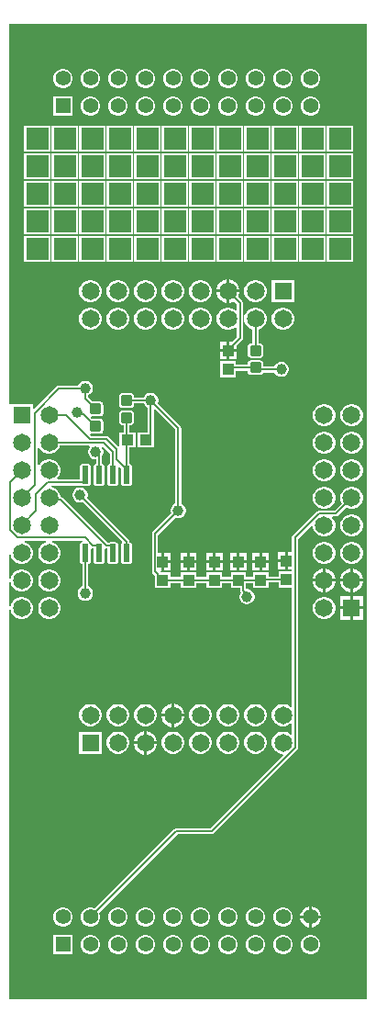
<source format=gbr>
%TF.GenerationSoftware,Altium Limited,Altium Designer,23.4.1 (23)*%
G04 Layer_Physical_Order=2*
G04 Layer_Color=16711680*
%FSLAX45Y45*%
%MOMM*%
%TF.SameCoordinates,06F9E411-BB4A-4FCF-AF8D-8E7D50D0EFEC*%
%TF.FilePolarity,Positive*%
%TF.FileFunction,Copper,L2,Bot,Signal*%
%TF.Part,Single*%
G01*
G75*
%TA.AperFunction,Conductor*%
%ADD10C,0.15000*%
%TA.AperFunction,SMDPad,CuDef*%
G04:AMPARAMS|DCode=11|XSize=0.94mm|YSize=1.02mm|CornerRadius=0.094mm|HoleSize=0mm|Usage=FLASHONLY|Rotation=270.000|XOffset=0mm|YOffset=0mm|HoleType=Round|Shape=RoundedRectangle|*
%AMROUNDEDRECTD11*
21,1,0.94000,0.83200,0,0,270.0*
21,1,0.75200,1.02000,0,0,270.0*
1,1,0.18800,-0.41600,-0.37600*
1,1,0.18800,-0.41600,0.37600*
1,1,0.18800,0.41600,0.37600*
1,1,0.18800,0.41600,-0.37600*
%
%ADD11ROUNDEDRECTD11*%
%ADD12R,1.00000X1.10000*%
%TA.AperFunction,ComponentPad*%
%ADD18C,1.39000*%
%ADD19R,1.39000X1.39000*%
%ADD20R,1.65000X1.65000*%
%ADD21C,1.65000*%
%TA.AperFunction,ViaPad*%
%ADD22R,2.00000X2.00000*%
%TA.AperFunction,ComponentPad*%
%ADD23R,1.65000X1.65000*%
%TA.AperFunction,TestPad*%
%ADD24C,1.00000*%
%TA.AperFunction,SMDPad,CuDef*%
G04:AMPARAMS|DCode=25|XSize=0.58mm|YSize=1.61mm|CornerRadius=0.0435mm|HoleSize=0mm|Usage=FLASHONLY|Rotation=180.000|XOffset=0mm|YOffset=0mm|HoleType=Round|Shape=RoundedRectangle|*
%AMROUNDEDRECTD25*
21,1,0.58000,1.52300,0,0,180.0*
21,1,0.49300,1.61000,0,0,180.0*
1,1,0.08700,-0.24650,0.76150*
1,1,0.08700,0.24650,0.76150*
1,1,0.08700,0.24650,-0.76150*
1,1,0.08700,-0.24650,-0.76150*
%
%ADD25ROUNDEDRECTD25*%
%ADD26R,1.10000X1.00000*%
G36*
X3314700Y0D02*
X12700D01*
Y3592475D01*
X25400Y3594147D01*
X31485Y3571436D01*
X44980Y3548064D01*
X64064Y3528979D01*
X87436Y3515485D01*
X113506Y3508500D01*
X140494D01*
X166564Y3515485D01*
X189936Y3528979D01*
X209020Y3548064D01*
X222515Y3571436D01*
X229500Y3597506D01*
Y3624494D01*
X222515Y3650563D01*
X209020Y3673936D01*
X189936Y3693020D01*
X166564Y3706515D01*
X140494Y3713500D01*
X113506D01*
X87436Y3706515D01*
X64064Y3693020D01*
X44980Y3673936D01*
X31485Y3650563D01*
X25400Y3627853D01*
X12700Y3629525D01*
Y3846475D01*
X25400Y3848147D01*
X31485Y3825436D01*
X44980Y3802064D01*
X64064Y3782979D01*
X87436Y3769485D01*
X113506Y3762500D01*
X140494D01*
X166564Y3769485D01*
X189936Y3782979D01*
X209020Y3802064D01*
X222515Y3825436D01*
X229500Y3851506D01*
Y3878494D01*
X222515Y3904563D01*
X209020Y3927936D01*
X189936Y3947020D01*
X166564Y3960515D01*
X140494Y3967500D01*
X113506D01*
X87436Y3960515D01*
X64064Y3947020D01*
X44980Y3927936D01*
X31485Y3904563D01*
X25400Y3881853D01*
X12700Y3883525D01*
Y4100475D01*
X25400Y4102147D01*
X31485Y4079436D01*
X44980Y4056064D01*
X64064Y4036979D01*
X87436Y4023485D01*
X113506Y4016500D01*
X140494D01*
X166564Y4023485D01*
X189936Y4036979D01*
X209020Y4056064D01*
X222515Y4079436D01*
X229500Y4105506D01*
Y4132494D01*
X222515Y4158563D01*
X209020Y4181936D01*
X189936Y4201020D01*
X166564Y4214515D01*
X155030Y4217605D01*
X156702Y4230305D01*
X351298D01*
X352970Y4217605D01*
X341436Y4214515D01*
X318064Y4201020D01*
X298980Y4181936D01*
X285485Y4158563D01*
X278500Y4132494D01*
Y4105506D01*
X285485Y4079436D01*
X298980Y4056064D01*
X318064Y4036979D01*
X341436Y4023485D01*
X367506Y4016500D01*
X394494D01*
X420564Y4023485D01*
X443936Y4036979D01*
X463020Y4056064D01*
X476515Y4079436D01*
X483500Y4105506D01*
Y4132494D01*
X476515Y4158563D01*
X463020Y4181936D01*
X443936Y4201020D01*
X420564Y4214515D01*
X409030Y4217605D01*
X410702Y4230305D01*
X687594D01*
X688127Y4229508D01*
X682075Y4215705D01*
X680224Y4215337D01*
X672170Y4209955D01*
X666788Y4201901D01*
X664898Y4192400D01*
Y4040100D01*
X666788Y4030599D01*
X672170Y4022545D01*
X680224Y4017163D01*
X686336Y4015947D01*
Y3811141D01*
X671394Y3802514D01*
X658361Y3789481D01*
X649146Y3773519D01*
X644375Y3755716D01*
Y3737284D01*
X649146Y3719481D01*
X658361Y3703519D01*
X671394Y3690486D01*
X687356Y3681271D01*
X705159Y3676500D01*
X723591D01*
X741394Y3681271D01*
X757356Y3690486D01*
X770389Y3703519D01*
X779604Y3719481D01*
X784375Y3737284D01*
Y3755716D01*
X779604Y3773519D01*
X770389Y3789481D01*
X757356Y3802514D01*
X742414Y3811141D01*
Y4015947D01*
X748526Y4017163D01*
X756580Y4022545D01*
X761962Y4030599D01*
X763852Y4040100D01*
Y4150346D01*
X767413Y4153453D01*
X776552Y4158442D01*
X784497Y4156861D01*
X791898D01*
Y4040100D01*
X793788Y4030599D01*
X799170Y4022545D01*
X807224Y4017163D01*
X816725Y4015273D01*
X866025D01*
X875526Y4017163D01*
X883580Y4022545D01*
X888962Y4030599D01*
X890852Y4040100D01*
Y4150346D01*
X894413Y4153453D01*
X903552Y4158442D01*
X911497Y4156861D01*
X918898D01*
Y4040100D01*
X920788Y4030599D01*
X926170Y4022545D01*
X934224Y4017163D01*
X943725Y4015273D01*
X993025D01*
X1002526Y4017163D01*
X1010580Y4022545D01*
X1015962Y4030599D01*
X1017852Y4040100D01*
Y4192400D01*
X1015962Y4201901D01*
X1010580Y4209955D01*
X1002526Y4215337D01*
X993025Y4217227D01*
X943725D01*
X934224Y4215337D01*
X930634Y4212938D01*
X923111D01*
X505826Y4630223D01*
X496730Y4636301D01*
X486000Y4638435D01*
X483500D01*
Y4640494D01*
X476515Y4666563D01*
X463020Y4689936D01*
X443936Y4709020D01*
X420564Y4722515D01*
X400609Y4727862D01*
X402281Y4740562D01*
X676634D01*
X680224Y4738163D01*
X689725Y4736273D01*
X739025D01*
X748526Y4738163D01*
X756580Y4743545D01*
X761962Y4751599D01*
X763852Y4761100D01*
Y4913400D01*
X761962Y4922901D01*
X756580Y4930955D01*
X748526Y4936337D01*
X739025Y4938227D01*
X689725D01*
X680224Y4936337D01*
X672170Y4930955D01*
X666788Y4922901D01*
X664898Y4913400D01*
Y4796639D01*
X459556D01*
X454296Y4809339D01*
X463020Y4818064D01*
X476515Y4841436D01*
X483500Y4867506D01*
Y4894494D01*
X476515Y4920563D01*
X463020Y4943936D01*
X443936Y4963020D01*
X420564Y4976515D01*
X394494Y4983500D01*
X367506D01*
X341436Y4976515D01*
X318064Y4963020D01*
X298980Y4943936D01*
X292322Y4932405D01*
X275433Y4928552D01*
X273608Y4929798D01*
Y5086202D01*
X275433Y5087448D01*
X292322Y5083595D01*
X298980Y5072064D01*
X318064Y5052979D01*
X341436Y5039485D01*
X367506Y5032500D01*
X394494D01*
X420564Y5039485D01*
X443936Y5052979D01*
X463020Y5072064D01*
X476515Y5095436D01*
X479603Y5106961D01*
X738428D01*
X740314Y5106586D01*
X751006D01*
X756266Y5093886D01*
X753611Y5091231D01*
X744396Y5075269D01*
X739625Y5057466D01*
Y5039034D01*
X744396Y5021231D01*
X753611Y5005269D01*
X766644Y4992236D01*
X782606Y4983021D01*
X800409Y4978250D01*
X813336D01*
Y4937553D01*
X807224Y4936337D01*
X799170Y4930955D01*
X793788Y4922901D01*
X791898Y4913400D01*
Y4761100D01*
X793788Y4751599D01*
X799170Y4743545D01*
X807224Y4738163D01*
X816725Y4736273D01*
X866025D01*
X875526Y4738163D01*
X883580Y4743545D01*
X888962Y4751599D01*
X890852Y4761100D01*
Y4913400D01*
X888962Y4922901D01*
X883580Y4930955D01*
X875526Y4936337D01*
X869414Y4937553D01*
Y5011807D01*
X874854Y5021231D01*
X879625Y5039034D01*
Y5057466D01*
X874854Y5075269D01*
X869976Y5083718D01*
X876212Y5097907D01*
X878592Y5098381D01*
X940336Y5036636D01*
Y4937553D01*
X934224Y4936337D01*
X926170Y4930955D01*
X920788Y4922901D01*
X918898Y4913400D01*
Y4761100D01*
X920788Y4751599D01*
X926170Y4743545D01*
X934224Y4738163D01*
X943725Y4736273D01*
X993025D01*
X1002526Y4738163D01*
X1010580Y4743545D01*
X1015962Y4751599D01*
X1017852Y4761100D01*
Y4908660D01*
X1030184Y4914289D01*
X1045898Y4898574D01*
Y4761100D01*
X1047788Y4751599D01*
X1053170Y4743545D01*
X1061224Y4738163D01*
X1070725Y4736273D01*
X1120025D01*
X1129526Y4738163D01*
X1137580Y4743545D01*
X1142962Y4751599D01*
X1144852Y4761100D01*
Y4913400D01*
X1142962Y4922901D01*
X1137580Y4930955D01*
X1129526Y4936337D01*
X1123414Y4937553D01*
Y5089375D01*
X1180625D01*
Y5229375D01*
X1123414D01*
Y5298549D01*
X1136975D01*
X1148446Y5300831D01*
X1158171Y5307329D01*
X1164669Y5317054D01*
X1166951Y5328525D01*
Y5403725D01*
X1164669Y5415196D01*
X1158171Y5424921D01*
X1148446Y5431419D01*
X1136975Y5433701D01*
X1053775D01*
X1042304Y5431419D01*
X1032579Y5424921D01*
X1026081Y5415196D01*
X1023799Y5403725D01*
Y5328525D01*
X1026081Y5317054D01*
X1032579Y5307329D01*
X1042304Y5300831D01*
X1053775Y5298549D01*
X1067336D01*
Y5229375D01*
X1030625D01*
Y5109714D01*
X1017925Y5104454D01*
X932928Y5189451D01*
X923832Y5195529D01*
X913102Y5197663D01*
X766425D01*
X755341Y5208748D01*
X761597Y5220453D01*
X768025Y5219174D01*
X851225D01*
X862696Y5221456D01*
X872421Y5227954D01*
X878919Y5237679D01*
X881201Y5249150D01*
Y5324350D01*
X878919Y5335821D01*
X872421Y5345546D01*
X862696Y5352044D01*
X851225Y5354326D01*
X777702D01*
X767220Y5364808D01*
X772814Y5377174D01*
X851225D01*
X862696Y5379456D01*
X872421Y5385954D01*
X878919Y5395679D01*
X881201Y5407150D01*
Y5482350D01*
X878919Y5493821D01*
X872421Y5503546D01*
X862696Y5510044D01*
X851225Y5512326D01*
X783562D01*
X742414Y5553475D01*
Y5570984D01*
X757356Y5579611D01*
X770389Y5592644D01*
X779604Y5608606D01*
X784375Y5626409D01*
Y5644841D01*
X779604Y5662644D01*
X770389Y5678606D01*
X757356Y5691639D01*
X741394Y5700854D01*
X723591Y5705625D01*
X705159D01*
X687356Y5700854D01*
X671394Y5691639D01*
X658361Y5678606D01*
X649734Y5663664D01*
X472062D01*
X461332Y5661529D01*
X452236Y5655451D01*
X241233Y5444449D01*
X229500Y5449309D01*
Y5491500D01*
X24500D01*
Y5491500D01*
X12700Y5493673D01*
Y8991600D01*
X3314700D01*
Y0D01*
D02*
G37*
%LPC*%
G36*
X2805783Y8581500D02*
X2782217D01*
X2759454Y8575401D01*
X2739046Y8563618D01*
X2722382Y8546954D01*
X2710599Y8526546D01*
X2704500Y8503783D01*
Y8480217D01*
X2710599Y8457454D01*
X2722382Y8437046D01*
X2739046Y8420382D01*
X2759454Y8408599D01*
X2782217Y8402500D01*
X2805783D01*
X2828546Y8408599D01*
X2848954Y8420382D01*
X2865618Y8437046D01*
X2877401Y8457454D01*
X2883500Y8480217D01*
Y8503783D01*
X2877401Y8526546D01*
X2865618Y8546954D01*
X2848954Y8563618D01*
X2828546Y8575401D01*
X2805783Y8581500D01*
D02*
G37*
G36*
X2551783D02*
X2528217D01*
X2505454Y8575401D01*
X2485046Y8563618D01*
X2468382Y8546954D01*
X2456599Y8526546D01*
X2450500Y8503783D01*
Y8480217D01*
X2456599Y8457454D01*
X2468382Y8437046D01*
X2485046Y8420382D01*
X2505454Y8408599D01*
X2528217Y8402500D01*
X2551783D01*
X2574546Y8408599D01*
X2594954Y8420382D01*
X2611618Y8437046D01*
X2623401Y8457454D01*
X2629500Y8480217D01*
Y8503783D01*
X2623401Y8526546D01*
X2611618Y8546954D01*
X2594954Y8563618D01*
X2574546Y8575401D01*
X2551783Y8581500D01*
D02*
G37*
G36*
X2297783D02*
X2274217D01*
X2251454Y8575401D01*
X2231046Y8563618D01*
X2214382Y8546954D01*
X2202599Y8526546D01*
X2196500Y8503783D01*
Y8480217D01*
X2202599Y8457454D01*
X2214382Y8437046D01*
X2231046Y8420382D01*
X2251454Y8408599D01*
X2274217Y8402500D01*
X2297783D01*
X2320546Y8408599D01*
X2340954Y8420382D01*
X2357618Y8437046D01*
X2369401Y8457454D01*
X2375500Y8480217D01*
Y8503783D01*
X2369401Y8526546D01*
X2357618Y8546954D01*
X2340954Y8563618D01*
X2320546Y8575401D01*
X2297783Y8581500D01*
D02*
G37*
G36*
X2043783D02*
X2020217D01*
X1997454Y8575401D01*
X1977046Y8563618D01*
X1960382Y8546954D01*
X1948599Y8526546D01*
X1942500Y8503783D01*
Y8480217D01*
X1948599Y8457454D01*
X1960382Y8437046D01*
X1977046Y8420382D01*
X1997454Y8408599D01*
X2020217Y8402500D01*
X2043783D01*
X2066546Y8408599D01*
X2086954Y8420382D01*
X2103618Y8437046D01*
X2115401Y8457454D01*
X2121500Y8480217D01*
Y8503783D01*
X2115401Y8526546D01*
X2103618Y8546954D01*
X2086954Y8563618D01*
X2066546Y8575401D01*
X2043783Y8581500D01*
D02*
G37*
G36*
X1789783D02*
X1766217D01*
X1743454Y8575401D01*
X1723046Y8563618D01*
X1706382Y8546954D01*
X1694599Y8526546D01*
X1688500Y8503783D01*
Y8480217D01*
X1694599Y8457454D01*
X1706382Y8437046D01*
X1723046Y8420382D01*
X1743454Y8408599D01*
X1766217Y8402500D01*
X1789783D01*
X1812546Y8408599D01*
X1832954Y8420382D01*
X1849618Y8437046D01*
X1861401Y8457454D01*
X1867500Y8480217D01*
Y8503783D01*
X1861401Y8526546D01*
X1849618Y8546954D01*
X1832954Y8563618D01*
X1812546Y8575401D01*
X1789783Y8581500D01*
D02*
G37*
G36*
X1535783D02*
X1512217D01*
X1489454Y8575401D01*
X1469046Y8563618D01*
X1452382Y8546954D01*
X1440599Y8526546D01*
X1434500Y8503783D01*
Y8480217D01*
X1440599Y8457454D01*
X1452382Y8437046D01*
X1469046Y8420382D01*
X1489454Y8408599D01*
X1512217Y8402500D01*
X1535783D01*
X1558546Y8408599D01*
X1578954Y8420382D01*
X1595618Y8437046D01*
X1607401Y8457454D01*
X1613500Y8480217D01*
Y8503783D01*
X1607401Y8526546D01*
X1595618Y8546954D01*
X1578954Y8563618D01*
X1558546Y8575401D01*
X1535783Y8581500D01*
D02*
G37*
G36*
X1281783D02*
X1258217D01*
X1235454Y8575401D01*
X1215046Y8563618D01*
X1198382Y8546954D01*
X1186599Y8526546D01*
X1180500Y8503783D01*
Y8480217D01*
X1186599Y8457454D01*
X1198382Y8437046D01*
X1215046Y8420382D01*
X1235454Y8408599D01*
X1258217Y8402500D01*
X1281783D01*
X1304546Y8408599D01*
X1324954Y8420382D01*
X1341618Y8437046D01*
X1353401Y8457454D01*
X1359500Y8480217D01*
Y8503783D01*
X1353401Y8526546D01*
X1341618Y8546954D01*
X1324954Y8563618D01*
X1304546Y8575401D01*
X1281783Y8581500D01*
D02*
G37*
G36*
X1027783D02*
X1004217D01*
X981454Y8575401D01*
X961046Y8563618D01*
X944382Y8546954D01*
X932599Y8526546D01*
X926500Y8503783D01*
Y8480217D01*
X932599Y8457454D01*
X944382Y8437046D01*
X961046Y8420382D01*
X981454Y8408599D01*
X1004217Y8402500D01*
X1027783D01*
X1050546Y8408599D01*
X1070954Y8420382D01*
X1087618Y8437046D01*
X1099401Y8457454D01*
X1105500Y8480217D01*
Y8503783D01*
X1099401Y8526546D01*
X1087618Y8546954D01*
X1070954Y8563618D01*
X1050546Y8575401D01*
X1027783Y8581500D01*
D02*
G37*
G36*
X773783D02*
X750217D01*
X727454Y8575401D01*
X707046Y8563618D01*
X690382Y8546954D01*
X678599Y8526546D01*
X672500Y8503783D01*
Y8480217D01*
X678599Y8457454D01*
X690382Y8437046D01*
X707046Y8420382D01*
X727454Y8408599D01*
X750217Y8402500D01*
X773783D01*
X796546Y8408599D01*
X816954Y8420382D01*
X833618Y8437046D01*
X845401Y8457454D01*
X851500Y8480217D01*
Y8503783D01*
X845401Y8526546D01*
X833618Y8546954D01*
X816954Y8563618D01*
X796546Y8575401D01*
X773783Y8581500D01*
D02*
G37*
G36*
X519783D02*
X496217D01*
X473454Y8575401D01*
X453046Y8563618D01*
X436382Y8546954D01*
X424599Y8526546D01*
X418500Y8503783D01*
Y8480217D01*
X424599Y8457454D01*
X436382Y8437046D01*
X453046Y8420382D01*
X473454Y8408599D01*
X496217Y8402500D01*
X519783D01*
X542546Y8408599D01*
X562954Y8420382D01*
X579618Y8437046D01*
X591401Y8457454D01*
X597500Y8480217D01*
Y8503783D01*
X591401Y8526546D01*
X579618Y8546954D01*
X562954Y8563618D01*
X542546Y8575401D01*
X519783Y8581500D01*
D02*
G37*
G36*
X2805783Y8327500D02*
X2782217D01*
X2759454Y8321401D01*
X2739046Y8309618D01*
X2722382Y8292954D01*
X2710599Y8272546D01*
X2704500Y8249783D01*
Y8226217D01*
X2710599Y8203454D01*
X2722382Y8183046D01*
X2739046Y8166382D01*
X2759454Y8154599D01*
X2782217Y8148500D01*
X2805783D01*
X2828546Y8154599D01*
X2848954Y8166382D01*
X2865618Y8183046D01*
X2877401Y8203454D01*
X2883500Y8226217D01*
Y8249783D01*
X2877401Y8272546D01*
X2865618Y8292954D01*
X2848954Y8309618D01*
X2828546Y8321401D01*
X2805783Y8327500D01*
D02*
G37*
G36*
X2551783D02*
X2528217D01*
X2505454Y8321401D01*
X2485046Y8309618D01*
X2468382Y8292954D01*
X2456599Y8272546D01*
X2450500Y8249783D01*
Y8226217D01*
X2456599Y8203454D01*
X2468382Y8183046D01*
X2485046Y8166382D01*
X2505454Y8154599D01*
X2528217Y8148500D01*
X2551783D01*
X2574546Y8154599D01*
X2594954Y8166382D01*
X2611618Y8183046D01*
X2623401Y8203454D01*
X2629500Y8226217D01*
Y8249783D01*
X2623401Y8272546D01*
X2611618Y8292954D01*
X2594954Y8309618D01*
X2574546Y8321401D01*
X2551783Y8327500D01*
D02*
G37*
G36*
X2297783D02*
X2274217D01*
X2251454Y8321401D01*
X2231046Y8309618D01*
X2214382Y8292954D01*
X2202599Y8272546D01*
X2196500Y8249783D01*
Y8226217D01*
X2202599Y8203454D01*
X2214382Y8183046D01*
X2231046Y8166382D01*
X2251454Y8154599D01*
X2274217Y8148500D01*
X2297783D01*
X2320546Y8154599D01*
X2340954Y8166382D01*
X2357618Y8183046D01*
X2369401Y8203454D01*
X2375500Y8226217D01*
Y8249783D01*
X2369401Y8272546D01*
X2357618Y8292954D01*
X2340954Y8309618D01*
X2320546Y8321401D01*
X2297783Y8327500D01*
D02*
G37*
G36*
X2043783D02*
X2020217D01*
X1997454Y8321401D01*
X1977046Y8309618D01*
X1960382Y8292954D01*
X1948599Y8272546D01*
X1942500Y8249783D01*
Y8226217D01*
X1948599Y8203454D01*
X1960382Y8183046D01*
X1977046Y8166382D01*
X1997454Y8154599D01*
X2020217Y8148500D01*
X2043783D01*
X2066546Y8154599D01*
X2086954Y8166382D01*
X2103618Y8183046D01*
X2115401Y8203454D01*
X2121500Y8226217D01*
Y8249783D01*
X2115401Y8272546D01*
X2103618Y8292954D01*
X2086954Y8309618D01*
X2066546Y8321401D01*
X2043783Y8327500D01*
D02*
G37*
G36*
X1789783D02*
X1766217D01*
X1743454Y8321401D01*
X1723046Y8309618D01*
X1706382Y8292954D01*
X1694599Y8272546D01*
X1688500Y8249783D01*
Y8226217D01*
X1694599Y8203454D01*
X1706382Y8183046D01*
X1723046Y8166382D01*
X1743454Y8154599D01*
X1766217Y8148500D01*
X1789783D01*
X1812546Y8154599D01*
X1832954Y8166382D01*
X1849618Y8183046D01*
X1861401Y8203454D01*
X1867500Y8226217D01*
Y8249783D01*
X1861401Y8272546D01*
X1849618Y8292954D01*
X1832954Y8309618D01*
X1812546Y8321401D01*
X1789783Y8327500D01*
D02*
G37*
G36*
X1535783D02*
X1512217D01*
X1489454Y8321401D01*
X1469046Y8309618D01*
X1452382Y8292954D01*
X1440599Y8272546D01*
X1434500Y8249783D01*
Y8226217D01*
X1440599Y8203454D01*
X1452382Y8183046D01*
X1469046Y8166382D01*
X1489454Y8154599D01*
X1512217Y8148500D01*
X1535783D01*
X1558546Y8154599D01*
X1578954Y8166382D01*
X1595618Y8183046D01*
X1607401Y8203454D01*
X1613500Y8226217D01*
Y8249783D01*
X1607401Y8272546D01*
X1595618Y8292954D01*
X1578954Y8309618D01*
X1558546Y8321401D01*
X1535783Y8327500D01*
D02*
G37*
G36*
X1281783D02*
X1258217D01*
X1235454Y8321401D01*
X1215046Y8309618D01*
X1198382Y8292954D01*
X1186599Y8272546D01*
X1180500Y8249783D01*
Y8226217D01*
X1186599Y8203454D01*
X1198382Y8183046D01*
X1215046Y8166382D01*
X1235454Y8154599D01*
X1258217Y8148500D01*
X1281783D01*
X1304546Y8154599D01*
X1324954Y8166382D01*
X1341618Y8183046D01*
X1353401Y8203454D01*
X1359500Y8226217D01*
Y8249783D01*
X1353401Y8272546D01*
X1341618Y8292954D01*
X1324954Y8309618D01*
X1304546Y8321401D01*
X1281783Y8327500D01*
D02*
G37*
G36*
X1027783D02*
X1004217D01*
X981454Y8321401D01*
X961046Y8309618D01*
X944382Y8292954D01*
X932599Y8272546D01*
X926500Y8249783D01*
Y8226217D01*
X932599Y8203454D01*
X944382Y8183046D01*
X961046Y8166382D01*
X981454Y8154599D01*
X1004217Y8148500D01*
X1027783D01*
X1050546Y8154599D01*
X1070954Y8166382D01*
X1087618Y8183046D01*
X1099401Y8203454D01*
X1105500Y8226217D01*
Y8249783D01*
X1099401Y8272546D01*
X1087618Y8292954D01*
X1070954Y8309618D01*
X1050546Y8321401D01*
X1027783Y8327500D01*
D02*
G37*
G36*
X773783D02*
X750217D01*
X727454Y8321401D01*
X707046Y8309618D01*
X690382Y8292954D01*
X678599Y8272546D01*
X672500Y8249783D01*
Y8226217D01*
X678599Y8203454D01*
X690382Y8183046D01*
X707046Y8166382D01*
X727454Y8154599D01*
X750217Y8148500D01*
X773783D01*
X796546Y8154599D01*
X816954Y8166382D01*
X833618Y8183046D01*
X845401Y8203454D01*
X851500Y8226217D01*
Y8249783D01*
X845401Y8272546D01*
X833618Y8292954D01*
X816954Y8309618D01*
X796546Y8321401D01*
X773783Y8327500D01*
D02*
G37*
G36*
X597500D02*
X418500D01*
Y8148500D01*
X597500D01*
Y8327500D01*
D02*
G37*
G36*
X3183875Y8057500D02*
X2943875D01*
Y7817500D01*
X3183875D01*
Y8057500D01*
D02*
G37*
G36*
X2929875D02*
X2689875D01*
Y7817500D01*
X2929875D01*
Y8057500D01*
D02*
G37*
G36*
X2675875D02*
X2435875D01*
Y7817500D01*
X2675875D01*
Y8057500D01*
D02*
G37*
G36*
X2421875D02*
X2181875D01*
Y7817500D01*
X2421875D01*
Y8057500D01*
D02*
G37*
G36*
X2167875D02*
X1927875D01*
Y7817500D01*
X2167875D01*
Y8057500D01*
D02*
G37*
G36*
X1913875D02*
X1673875D01*
Y7817500D01*
X1913875D01*
Y8057500D01*
D02*
G37*
G36*
X1659875D02*
X1419875D01*
Y7817500D01*
X1659875D01*
Y8057500D01*
D02*
G37*
G36*
X1405875D02*
X1165875D01*
Y7817500D01*
X1405875D01*
Y8057500D01*
D02*
G37*
G36*
X1151875D02*
X911875D01*
Y7817500D01*
X1151875D01*
Y8057500D01*
D02*
G37*
G36*
X897875D02*
X657875D01*
Y7817500D01*
X897875D01*
Y8057500D01*
D02*
G37*
G36*
X643875D02*
X403875D01*
Y7817500D01*
X643875D01*
Y8057500D01*
D02*
G37*
G36*
X389875D02*
X149875D01*
Y7817500D01*
X389875D01*
Y8057500D01*
D02*
G37*
G36*
X3183875Y7803500D02*
X2943875D01*
Y7563500D01*
X3183875D01*
Y7803500D01*
D02*
G37*
G36*
X2929875D02*
X2689875D01*
Y7563500D01*
X2929875D01*
Y7803500D01*
D02*
G37*
G36*
X2675875D02*
X2435875D01*
Y7563500D01*
X2675875D01*
Y7803500D01*
D02*
G37*
G36*
X2421875D02*
X2181875D01*
Y7563500D01*
X2421875D01*
Y7803500D01*
D02*
G37*
G36*
X2167875D02*
X1927875D01*
Y7563500D01*
X2167875D01*
Y7803500D01*
D02*
G37*
G36*
X1913875D02*
X1673875D01*
Y7563500D01*
X1913875D01*
Y7803500D01*
D02*
G37*
G36*
X1659875D02*
X1419875D01*
Y7563500D01*
X1659875D01*
Y7803500D01*
D02*
G37*
G36*
X1405875D02*
X1165875D01*
Y7563500D01*
X1405875D01*
Y7803500D01*
D02*
G37*
G36*
X1151875D02*
X911875D01*
Y7563500D01*
X1151875D01*
Y7803500D01*
D02*
G37*
G36*
X897875D02*
X657875D01*
Y7563500D01*
X897875D01*
Y7803500D01*
D02*
G37*
G36*
X643875D02*
X403875D01*
Y7563500D01*
X643875D01*
Y7803500D01*
D02*
G37*
G36*
X389875D02*
X149875D01*
Y7563500D01*
X389875D01*
Y7803500D01*
D02*
G37*
G36*
X3183875Y7549500D02*
X2943875D01*
Y7309500D01*
X3183875D01*
Y7549500D01*
D02*
G37*
G36*
X2929875D02*
X2689875D01*
Y7309500D01*
X2929875D01*
Y7549500D01*
D02*
G37*
G36*
X2675875D02*
X2435875D01*
Y7309500D01*
X2675875D01*
Y7549500D01*
D02*
G37*
G36*
X2421875D02*
X2181875D01*
Y7309500D01*
X2421875D01*
Y7549500D01*
D02*
G37*
G36*
X2167875D02*
X1927875D01*
Y7309500D01*
X2167875D01*
Y7549500D01*
D02*
G37*
G36*
X1913875D02*
X1673875D01*
Y7309500D01*
X1913875D01*
Y7549500D01*
D02*
G37*
G36*
X1659875D02*
X1419875D01*
Y7309500D01*
X1659875D01*
Y7549500D01*
D02*
G37*
G36*
X1405875D02*
X1165875D01*
Y7309500D01*
X1405875D01*
Y7549500D01*
D02*
G37*
G36*
X1151875D02*
X911875D01*
Y7309500D01*
X1151875D01*
Y7549500D01*
D02*
G37*
G36*
X897875D02*
X657875D01*
Y7309500D01*
X897875D01*
Y7549500D01*
D02*
G37*
G36*
X643875D02*
X403875D01*
Y7309500D01*
X643875D01*
Y7549500D01*
D02*
G37*
G36*
X389875D02*
X149875D01*
Y7309500D01*
X389875D01*
Y7549500D01*
D02*
G37*
G36*
X3183875Y7295500D02*
X2943875D01*
Y7055500D01*
X3183875D01*
Y7295500D01*
D02*
G37*
G36*
X2929875D02*
X2689875D01*
Y7055500D01*
X2929875D01*
Y7295500D01*
D02*
G37*
G36*
X2675875D02*
X2435875D01*
Y7055500D01*
X2675875D01*
Y7295500D01*
D02*
G37*
G36*
X2421875D02*
X2181875D01*
Y7055500D01*
X2421875D01*
Y7295500D01*
D02*
G37*
G36*
X2167875D02*
X1927875D01*
Y7055500D01*
X2167875D01*
Y7295500D01*
D02*
G37*
G36*
X1913875D02*
X1673875D01*
Y7055500D01*
X1913875D01*
Y7295500D01*
D02*
G37*
G36*
X1659875D02*
X1419875D01*
Y7055500D01*
X1659875D01*
Y7295500D01*
D02*
G37*
G36*
X1405875D02*
X1165875D01*
Y7055500D01*
X1405875D01*
Y7295500D01*
D02*
G37*
G36*
X1151875D02*
X911875D01*
Y7055500D01*
X1151875D01*
Y7295500D01*
D02*
G37*
G36*
X897875D02*
X657875D01*
Y7055500D01*
X897875D01*
Y7295500D01*
D02*
G37*
G36*
X643875D02*
X403875D01*
Y7055500D01*
X643875D01*
Y7295500D01*
D02*
G37*
G36*
X389875D02*
X149875D01*
Y7055500D01*
X389875D01*
Y7295500D01*
D02*
G37*
G36*
X3183875Y7041500D02*
X2943875D01*
Y6801500D01*
X3183875D01*
Y7041500D01*
D02*
G37*
G36*
X2929875D02*
X2689875D01*
Y6801500D01*
X2929875D01*
Y7041500D01*
D02*
G37*
G36*
X2675875D02*
X2435875D01*
Y6801500D01*
X2675875D01*
Y7041500D01*
D02*
G37*
G36*
X2421875D02*
X2181875D01*
Y6801500D01*
X2421875D01*
Y7041500D01*
D02*
G37*
G36*
X2167875D02*
X1927875D01*
Y6801500D01*
X2167875D01*
Y7041500D01*
D02*
G37*
G36*
X1913875D02*
X1673875D01*
Y6801500D01*
X1913875D01*
Y7041500D01*
D02*
G37*
G36*
X1659875D02*
X1419875D01*
Y6801500D01*
X1659875D01*
Y7041500D01*
D02*
G37*
G36*
X1405875D02*
X1165875D01*
Y6801500D01*
X1405875D01*
Y7041500D01*
D02*
G37*
G36*
X1151875D02*
X911875D01*
Y6801500D01*
X1151875D01*
Y7041500D01*
D02*
G37*
G36*
X897875D02*
X657875D01*
Y6801500D01*
X897875D01*
Y7041500D01*
D02*
G37*
G36*
X643875D02*
X403875D01*
Y6801500D01*
X643875D01*
Y7041500D01*
D02*
G37*
G36*
X389875D02*
X149875D01*
Y6801500D01*
X389875D01*
Y7041500D01*
D02*
G37*
G36*
X2045205Y6639900D02*
X2043701D01*
Y6544700D01*
X2138900D01*
Y6546205D01*
X2131547Y6573648D01*
X2117341Y6598252D01*
X2097252Y6618341D01*
X2072648Y6632547D01*
X2045205Y6639900D01*
D02*
G37*
G36*
X2018301D02*
X2016795D01*
X1989352Y6632547D01*
X1964748Y6618341D01*
X1944659Y6598252D01*
X1930453Y6573648D01*
X1923100Y6546205D01*
Y6544700D01*
X2018301D01*
Y6639900D01*
D02*
G37*
G36*
X2641500Y6634500D02*
X2436500D01*
Y6429500D01*
X2641500D01*
Y6634500D01*
D02*
G37*
G36*
X2298494D02*
X2271506D01*
X2245436Y6627515D01*
X2222064Y6614020D01*
X2202980Y6594936D01*
X2189485Y6571563D01*
X2182500Y6545494D01*
Y6518506D01*
X2189485Y6492436D01*
X2202980Y6469064D01*
X2222064Y6449979D01*
X2245436Y6436485D01*
X2271506Y6429500D01*
X2298494D01*
X2324564Y6436485D01*
X2347936Y6449979D01*
X2367020Y6469064D01*
X2380515Y6492436D01*
X2387500Y6518506D01*
Y6545494D01*
X2380515Y6571563D01*
X2367020Y6594936D01*
X2347936Y6614020D01*
X2324564Y6627515D01*
X2298494Y6634500D01*
D02*
G37*
G36*
X1790494D02*
X1763506D01*
X1737436Y6627515D01*
X1714064Y6614020D01*
X1694980Y6594936D01*
X1681485Y6571563D01*
X1674500Y6545494D01*
Y6518506D01*
X1681485Y6492436D01*
X1694980Y6469064D01*
X1714064Y6449979D01*
X1737436Y6436485D01*
X1763506Y6429500D01*
X1790494D01*
X1816564Y6436485D01*
X1839936Y6449979D01*
X1859020Y6469064D01*
X1872515Y6492436D01*
X1879500Y6518506D01*
Y6545494D01*
X1872515Y6571563D01*
X1859020Y6594936D01*
X1839936Y6614020D01*
X1816564Y6627515D01*
X1790494Y6634500D01*
D02*
G37*
G36*
X1536494D02*
X1509506D01*
X1483436Y6627515D01*
X1460064Y6614020D01*
X1440980Y6594936D01*
X1427485Y6571563D01*
X1420500Y6545494D01*
Y6518506D01*
X1427485Y6492436D01*
X1440980Y6469064D01*
X1460064Y6449979D01*
X1483436Y6436485D01*
X1509506Y6429500D01*
X1536494D01*
X1562564Y6436485D01*
X1585936Y6449979D01*
X1605020Y6469064D01*
X1618515Y6492436D01*
X1625500Y6518506D01*
Y6545494D01*
X1618515Y6571563D01*
X1605020Y6594936D01*
X1585936Y6614020D01*
X1562564Y6627515D01*
X1536494Y6634500D01*
D02*
G37*
G36*
X1282494D02*
X1255506D01*
X1229436Y6627515D01*
X1206064Y6614020D01*
X1186980Y6594936D01*
X1173485Y6571563D01*
X1166500Y6545494D01*
Y6518506D01*
X1173485Y6492436D01*
X1186980Y6469064D01*
X1206064Y6449979D01*
X1229436Y6436485D01*
X1255506Y6429500D01*
X1282494D01*
X1308564Y6436485D01*
X1331936Y6449979D01*
X1351020Y6469064D01*
X1364515Y6492436D01*
X1371500Y6518506D01*
Y6545494D01*
X1364515Y6571563D01*
X1351020Y6594936D01*
X1331936Y6614020D01*
X1308564Y6627515D01*
X1282494Y6634500D01*
D02*
G37*
G36*
X1028494D02*
X1001506D01*
X975436Y6627515D01*
X952064Y6614020D01*
X932980Y6594936D01*
X919485Y6571563D01*
X912500Y6545494D01*
Y6518506D01*
X919485Y6492436D01*
X932980Y6469064D01*
X952064Y6449979D01*
X975436Y6436485D01*
X1001506Y6429500D01*
X1028494D01*
X1054564Y6436485D01*
X1077936Y6449979D01*
X1097020Y6469064D01*
X1110515Y6492436D01*
X1117500Y6518506D01*
Y6545494D01*
X1110515Y6571563D01*
X1097020Y6594936D01*
X1077936Y6614020D01*
X1054564Y6627515D01*
X1028494Y6634500D01*
D02*
G37*
G36*
X774494D02*
X747506D01*
X721436Y6627515D01*
X698064Y6614020D01*
X678980Y6594936D01*
X665485Y6571563D01*
X658500Y6545494D01*
Y6518506D01*
X665485Y6492436D01*
X678980Y6469064D01*
X698064Y6449979D01*
X721436Y6436485D01*
X747506Y6429500D01*
X774494D01*
X800564Y6436485D01*
X823936Y6449979D01*
X843020Y6469064D01*
X856515Y6492436D01*
X863500Y6518506D01*
Y6545494D01*
X856515Y6571563D01*
X843020Y6594936D01*
X823936Y6614020D01*
X800564Y6627515D01*
X774494Y6634500D01*
D02*
G37*
G36*
X2018301Y6519300D02*
X1923100D01*
Y6517795D01*
X1930453Y6490352D01*
X1944659Y6465748D01*
X1964748Y6445658D01*
X1989352Y6431453D01*
X2016795Y6424100D01*
X2018301D01*
Y6519300D01*
D02*
G37*
G36*
X2138900D02*
X2043701D01*
Y6424100D01*
X2045205D01*
X2072648Y6431453D01*
X2084850Y6438498D01*
X2112961Y6410386D01*
Y6357589D01*
X2101228Y6352728D01*
X2093936Y6360020D01*
X2070564Y6373515D01*
X2044494Y6380500D01*
X2017506D01*
X1991436Y6373515D01*
X1968064Y6360020D01*
X1948980Y6340936D01*
X1935485Y6317563D01*
X1928500Y6291494D01*
Y6264506D01*
X1935485Y6238436D01*
X1948980Y6215064D01*
X1968064Y6195979D01*
X1991436Y6182485D01*
X2017506Y6175500D01*
X2044494D01*
X2070564Y6182485D01*
X2093936Y6195979D01*
X2101228Y6203271D01*
X2112961Y6198411D01*
Y6110489D01*
X2067747Y6065275D01*
X2044700D01*
Y5997575D01*
X2107400D01*
Y6025622D01*
X2160826Y6079049D01*
X2166904Y6088145D01*
X2169039Y6098875D01*
Y6422000D01*
X2166904Y6432730D01*
X2160826Y6441826D01*
X2124502Y6478150D01*
X2131547Y6490352D01*
X2138900Y6517795D01*
Y6519300D01*
D02*
G37*
G36*
X2552494Y6380500D02*
X2525506D01*
X2499436Y6373515D01*
X2476064Y6360020D01*
X2456980Y6340936D01*
X2443485Y6317563D01*
X2436500Y6291494D01*
Y6264506D01*
X2443485Y6238436D01*
X2456980Y6215064D01*
X2476064Y6195979D01*
X2499436Y6182485D01*
X2525506Y6175500D01*
X2552494D01*
X2578564Y6182485D01*
X2601936Y6195979D01*
X2621020Y6215064D01*
X2634515Y6238436D01*
X2641500Y6264506D01*
Y6291494D01*
X2634515Y6317563D01*
X2621020Y6340936D01*
X2601936Y6360020D01*
X2578564Y6373515D01*
X2552494Y6380500D01*
D02*
G37*
G36*
X1790494D02*
X1763506D01*
X1737436Y6373515D01*
X1714064Y6360020D01*
X1694980Y6340936D01*
X1681485Y6317563D01*
X1674500Y6291494D01*
Y6264506D01*
X1681485Y6238436D01*
X1694980Y6215064D01*
X1714064Y6195979D01*
X1737436Y6182485D01*
X1763506Y6175500D01*
X1790494D01*
X1816564Y6182485D01*
X1839936Y6195979D01*
X1859020Y6215064D01*
X1872515Y6238436D01*
X1879500Y6264506D01*
Y6291494D01*
X1872515Y6317563D01*
X1859020Y6340936D01*
X1839936Y6360020D01*
X1816564Y6373515D01*
X1790494Y6380500D01*
D02*
G37*
G36*
X1536494D02*
X1509506D01*
X1483436Y6373515D01*
X1460064Y6360020D01*
X1440980Y6340936D01*
X1427485Y6317563D01*
X1420500Y6291494D01*
Y6264506D01*
X1427485Y6238436D01*
X1440980Y6215064D01*
X1460064Y6195979D01*
X1483436Y6182485D01*
X1509506Y6175500D01*
X1536494D01*
X1562564Y6182485D01*
X1585936Y6195979D01*
X1605020Y6215064D01*
X1618515Y6238436D01*
X1625500Y6264506D01*
Y6291494D01*
X1618515Y6317563D01*
X1605020Y6340936D01*
X1585936Y6360020D01*
X1562564Y6373515D01*
X1536494Y6380500D01*
D02*
G37*
G36*
X1282494D02*
X1255506D01*
X1229436Y6373515D01*
X1206064Y6360020D01*
X1186980Y6340936D01*
X1173485Y6317563D01*
X1166500Y6291494D01*
Y6264506D01*
X1173485Y6238436D01*
X1186980Y6215064D01*
X1206064Y6195979D01*
X1229436Y6182485D01*
X1255506Y6175500D01*
X1282494D01*
X1308564Y6182485D01*
X1331936Y6195979D01*
X1351020Y6215064D01*
X1364515Y6238436D01*
X1371500Y6264506D01*
Y6291494D01*
X1364515Y6317563D01*
X1351020Y6340936D01*
X1331936Y6360020D01*
X1308564Y6373515D01*
X1282494Y6380500D01*
D02*
G37*
G36*
X1028494D02*
X1001506D01*
X975436Y6373515D01*
X952064Y6360020D01*
X932980Y6340936D01*
X919485Y6317563D01*
X912500Y6291494D01*
Y6264506D01*
X919485Y6238436D01*
X932980Y6215064D01*
X952064Y6195979D01*
X975436Y6182485D01*
X1001506Y6175500D01*
X1028494D01*
X1054564Y6182485D01*
X1077936Y6195979D01*
X1097020Y6215064D01*
X1110515Y6238436D01*
X1117500Y6264506D01*
Y6291494D01*
X1110515Y6317563D01*
X1097020Y6340936D01*
X1077936Y6360020D01*
X1054564Y6373515D01*
X1028494Y6380500D01*
D02*
G37*
G36*
X774494D02*
X747506D01*
X721436Y6373515D01*
X698064Y6360020D01*
X678980Y6340936D01*
X665485Y6317563D01*
X658500Y6291494D01*
Y6264506D01*
X665485Y6238436D01*
X678980Y6215064D01*
X698064Y6195979D01*
X721436Y6182485D01*
X747506Y6175500D01*
X774494D01*
X800564Y6182485D01*
X823936Y6195979D01*
X843020Y6215064D01*
X856515Y6238436D01*
X863500Y6264506D01*
Y6291494D01*
X856515Y6317563D01*
X843020Y6340936D01*
X823936Y6360020D01*
X800564Y6373515D01*
X774494Y6380500D01*
D02*
G37*
G36*
X2019300Y6065275D02*
X1956600D01*
Y5997575D01*
X2019300D01*
Y6065275D01*
D02*
G37*
G36*
X2298494Y6380500D02*
X2271506D01*
X2245436Y6373515D01*
X2222064Y6360020D01*
X2202980Y6340936D01*
X2189485Y6317563D01*
X2182500Y6291494D01*
Y6264506D01*
X2189485Y6238436D01*
X2202980Y6215064D01*
X2222064Y6195979D01*
X2245436Y6182485D01*
X2256961Y6179397D01*
Y6052076D01*
X2244400D01*
X2232929Y6049794D01*
X2223204Y6043296D01*
X2216706Y6033571D01*
X2214424Y6022100D01*
Y5946900D01*
X2216706Y5935429D01*
X2223204Y5925704D01*
X2232929Y5919206D01*
X2244400Y5916924D01*
X2327600D01*
X2339071Y5919206D01*
X2348796Y5925704D01*
X2355294Y5935429D01*
X2357576Y5946900D01*
Y6022100D01*
X2355294Y6033571D01*
X2348796Y6043296D01*
X2339071Y6049794D01*
X2327600Y6052076D01*
X2313039D01*
Y6179397D01*
X2324564Y6182485D01*
X2347936Y6195979D01*
X2367020Y6215064D01*
X2380515Y6238436D01*
X2387500Y6264506D01*
Y6291494D01*
X2380515Y6317563D01*
X2367020Y6340936D01*
X2347936Y6360020D01*
X2324564Y6373515D01*
X2298494Y6380500D01*
D02*
G37*
G36*
X2107400Y5972175D02*
X2044700D01*
Y5904475D01*
X2107400D01*
Y5972175D01*
D02*
G37*
G36*
X2019300D02*
X1956600D01*
Y5904475D01*
X2019300D01*
Y5972175D01*
D02*
G37*
G36*
X2327600Y5894076D02*
X2244400D01*
X2232929Y5891794D01*
X2223204Y5885296D01*
X2216706Y5875571D01*
X2214424Y5864100D01*
Y5854538D01*
X2102000D01*
Y5889875D01*
X1962000D01*
Y5739875D01*
X2102000D01*
Y5798461D01*
X2214424D01*
Y5788900D01*
X2216706Y5777429D01*
X2223204Y5767704D01*
X2232929Y5761206D01*
X2244400Y5758924D01*
X2327600D01*
X2339071Y5761206D01*
X2348796Y5767704D01*
X2355294Y5777429D01*
X2356245Y5782211D01*
X2459484D01*
X2468111Y5767269D01*
X2481144Y5754236D01*
X2497106Y5745021D01*
X2514909Y5740250D01*
X2533341D01*
X2551144Y5745021D01*
X2567106Y5754236D01*
X2580139Y5767269D01*
X2589354Y5783231D01*
X2594125Y5801034D01*
Y5819466D01*
X2589354Y5837269D01*
X2580139Y5853231D01*
X2567106Y5866264D01*
X2551144Y5875479D01*
X2533341Y5880250D01*
X2514909D01*
X2497106Y5875479D01*
X2481144Y5866264D01*
X2468111Y5853231D01*
X2459484Y5838289D01*
X2357576D01*
Y5864100D01*
X2355294Y5875571D01*
X2348796Y5885296D01*
X2339071Y5891794D01*
X2327600Y5894076D01*
D02*
G37*
G36*
X1326841Y5594500D02*
X1308409D01*
X1290606Y5589729D01*
X1274644Y5580514D01*
X1261611Y5567481D01*
X1252984Y5552539D01*
X1166951D01*
Y5561725D01*
X1164669Y5573196D01*
X1158171Y5582921D01*
X1148446Y5589419D01*
X1136975Y5591701D01*
X1053775D01*
X1042304Y5589419D01*
X1032579Y5582921D01*
X1026081Y5573196D01*
X1023799Y5561725D01*
Y5486525D01*
X1026081Y5475054D01*
X1032579Y5465329D01*
X1042304Y5458831D01*
X1053775Y5456549D01*
X1136975D01*
X1148446Y5458831D01*
X1158171Y5465329D01*
X1164669Y5475054D01*
X1166951Y5486525D01*
Y5496461D01*
X1252984D01*
X1261611Y5481519D01*
X1274644Y5468486D01*
X1289586Y5459859D01*
Y5229375D01*
X1200625D01*
Y5089375D01*
X1350625D01*
Y5229375D01*
X1345664D01*
Y5440215D01*
X1357397Y5445076D01*
X1543586Y5258886D01*
Y4573141D01*
X1528644Y4564514D01*
X1515611Y4551481D01*
X1506396Y4535519D01*
X1501625Y4517716D01*
Y4499284D01*
X1506091Y4482618D01*
X1336424Y4312951D01*
X1330346Y4303855D01*
X1328211Y4293125D01*
Y3945375D01*
X1330346Y3934645D01*
X1336424Y3925549D01*
X1358750Y3903222D01*
Y3792875D01*
X1498750D01*
Y3839836D01*
X1596875D01*
Y3792875D01*
X1736875D01*
Y3839836D01*
X1835000D01*
Y3792875D01*
X1975000D01*
Y3839836D01*
X2057250D01*
Y3792875D01*
X2141711D01*
Y3774626D01*
X2143846Y3763896D01*
X2149385Y3755607D01*
X2141396Y3741769D01*
X2136625Y3723966D01*
Y3705534D01*
X2141396Y3687731D01*
X2150611Y3671769D01*
X2163644Y3658736D01*
X2179606Y3649521D01*
X2197409Y3644750D01*
X2215841D01*
X2233644Y3649521D01*
X2249606Y3658736D01*
X2262639Y3671769D01*
X2271854Y3687731D01*
X2276625Y3705534D01*
Y3723966D01*
X2271854Y3741769D01*
X2262639Y3757731D01*
X2249606Y3770764D01*
X2233644Y3779979D01*
X2215841Y3784750D01*
X2199279D01*
X2197789Y3786240D01*
Y3825375D01*
X2197438Y3827136D01*
X2198306Y3839836D01*
X2263625D01*
Y3792875D01*
X2403625D01*
Y3845461D01*
X2501750D01*
Y3798500D01*
X2620961D01*
Y2701589D01*
X2609228Y2696729D01*
X2601936Y2704021D01*
X2578564Y2717515D01*
X2552494Y2724500D01*
X2525506D01*
X2499436Y2717515D01*
X2476064Y2704021D01*
X2456980Y2684936D01*
X2443485Y2661564D01*
X2436500Y2635494D01*
Y2608506D01*
X2443485Y2582437D01*
X2456980Y2559064D01*
X2476064Y2539980D01*
X2499436Y2526485D01*
X2525506Y2519500D01*
X2552494D01*
X2578564Y2526485D01*
X2601936Y2539980D01*
X2609228Y2547272D01*
X2620961Y2542411D01*
Y2447589D01*
X2609228Y2442729D01*
X2601936Y2450020D01*
X2578564Y2463515D01*
X2552494Y2470500D01*
X2525506D01*
X2499436Y2463515D01*
X2476064Y2450020D01*
X2456980Y2430936D01*
X2443485Y2407564D01*
X2436500Y2381494D01*
Y2354506D01*
X2443485Y2328437D01*
X2456980Y2305064D01*
X2476064Y2285980D01*
X2499436Y2272485D01*
X2525506Y2265500D01*
X2535817D01*
X2540678Y2253767D01*
X1869031Y1582120D01*
X1554082D01*
X1543352Y1579986D01*
X1534256Y1573908D01*
X802380Y842032D01*
X796546Y845401D01*
X773783Y851500D01*
X750217D01*
X727454Y845401D01*
X707046Y833618D01*
X690382Y816954D01*
X678599Y796546D01*
X672500Y773783D01*
Y750217D01*
X678599Y727454D01*
X690382Y707046D01*
X707046Y690382D01*
X727454Y678599D01*
X750217Y672500D01*
X773783D01*
X796546Y678599D01*
X816954Y690382D01*
X833618Y707046D01*
X845401Y727454D01*
X851500Y750217D01*
Y773783D01*
X845401Y796546D01*
X842032Y802380D01*
X1565696Y1526043D01*
X1880645D01*
X1891375Y1528178D01*
X1900471Y1534256D01*
X2668826Y2302611D01*
X2674904Y2311707D01*
X2677039Y2322437D01*
Y4246949D01*
X2804767Y4374678D01*
X2816500Y4369817D01*
Y4359506D01*
X2823485Y4333436D01*
X2836980Y4310064D01*
X2856064Y4290979D01*
X2879436Y4277485D01*
X2905506Y4270500D01*
X2932494D01*
X2958564Y4277485D01*
X2981936Y4290979D01*
X3001020Y4310064D01*
X3014515Y4333436D01*
X3021500Y4359506D01*
Y4386494D01*
X3014515Y4412563D01*
X3001020Y4435936D01*
X2993729Y4443228D01*
X2998589Y4454961D01*
X3029000D01*
X3039730Y4457096D01*
X3048826Y4463174D01*
X3123103Y4537451D01*
X3133436Y4531485D01*
X3159506Y4524500D01*
X3186494D01*
X3212564Y4531485D01*
X3235936Y4544979D01*
X3255020Y4564064D01*
X3268515Y4587436D01*
X3275500Y4613506D01*
Y4640494D01*
X3268515Y4666563D01*
X3255020Y4689936D01*
X3235936Y4709020D01*
X3212564Y4722515D01*
X3186494Y4729500D01*
X3159506D01*
X3133436Y4722515D01*
X3110064Y4709020D01*
X3090980Y4689936D01*
X3077485Y4666563D01*
X3070500Y4640494D01*
Y4613506D01*
X3077485Y4587436D01*
X3083451Y4577103D01*
X3017386Y4511038D01*
X2873437D01*
X2862707Y4508904D01*
X2853610Y4502826D01*
X2629174Y4278389D01*
X2623096Y4269293D01*
X2620961Y4258563D01*
Y4123900D01*
X2584450D01*
Y4043500D01*
Y3963100D01*
X2620961D01*
Y3948500D01*
X2501750D01*
Y3901539D01*
X2403625D01*
Y3942875D01*
X2263625D01*
Y3895913D01*
X2197250D01*
Y3942875D01*
X2057250D01*
Y3895913D01*
X1975000D01*
Y3942875D01*
X1835000D01*
Y3895913D01*
X1736875D01*
Y3942875D01*
X1596875D01*
Y3895913D01*
X1498750D01*
Y3942875D01*
X1409462D01*
X1408192Y3944775D01*
X1414980Y3957475D01*
X1416050D01*
Y4037875D01*
Y4118275D01*
X1384288D01*
Y4281511D01*
X1545743Y4442966D01*
X1562409Y4438500D01*
X1580841D01*
X1598644Y4443271D01*
X1614606Y4452486D01*
X1627639Y4465519D01*
X1636854Y4481481D01*
X1641625Y4499284D01*
Y4517716D01*
X1636854Y4535519D01*
X1627639Y4551481D01*
X1614606Y4564514D01*
X1599664Y4573141D01*
Y5270500D01*
X1597529Y5281230D01*
X1591451Y5290326D01*
X1383159Y5498618D01*
X1387625Y5515284D01*
Y5533716D01*
X1382854Y5551519D01*
X1373639Y5567481D01*
X1360606Y5580514D01*
X1344644Y5589729D01*
X1326841Y5594500D01*
D02*
G37*
G36*
X3186494Y5491500D02*
X3159506D01*
X3133436Y5484515D01*
X3110064Y5471020D01*
X3090980Y5451936D01*
X3077485Y5428563D01*
X3070500Y5402494D01*
Y5375506D01*
X3077485Y5349436D01*
X3090980Y5326064D01*
X3110064Y5306979D01*
X3133436Y5293485D01*
X3159506Y5286500D01*
X3186494D01*
X3212564Y5293485D01*
X3235936Y5306979D01*
X3255020Y5326064D01*
X3268515Y5349436D01*
X3275500Y5375506D01*
Y5402494D01*
X3268515Y5428563D01*
X3255020Y5451936D01*
X3235936Y5471020D01*
X3212564Y5484515D01*
X3186494Y5491500D01*
D02*
G37*
G36*
X2932494D02*
X2905506D01*
X2879436Y5484515D01*
X2856064Y5471020D01*
X2836980Y5451936D01*
X2823485Y5428563D01*
X2816500Y5402494D01*
Y5375506D01*
X2823485Y5349436D01*
X2836980Y5326064D01*
X2856064Y5306979D01*
X2879436Y5293485D01*
X2905506Y5286500D01*
X2932494D01*
X2958564Y5293485D01*
X2981936Y5306979D01*
X3001020Y5326064D01*
X3014515Y5349436D01*
X3021500Y5375506D01*
Y5402494D01*
X3014515Y5428563D01*
X3001020Y5451936D01*
X2981936Y5471020D01*
X2958564Y5484515D01*
X2932494Y5491500D01*
D02*
G37*
G36*
X3186494Y5237500D02*
X3159506D01*
X3133436Y5230515D01*
X3110064Y5217020D01*
X3090980Y5197936D01*
X3077485Y5174563D01*
X3070500Y5148494D01*
Y5121506D01*
X3077485Y5095436D01*
X3090980Y5072064D01*
X3110064Y5052979D01*
X3133436Y5039485D01*
X3159506Y5032500D01*
X3186494D01*
X3212564Y5039485D01*
X3235936Y5052979D01*
X3255020Y5072064D01*
X3268515Y5095436D01*
X3275500Y5121506D01*
Y5148494D01*
X3268515Y5174563D01*
X3255020Y5197936D01*
X3235936Y5217020D01*
X3212564Y5230515D01*
X3186494Y5237500D01*
D02*
G37*
G36*
X2932494D02*
X2905506D01*
X2879436Y5230515D01*
X2856064Y5217020D01*
X2836980Y5197936D01*
X2823485Y5174563D01*
X2816500Y5148494D01*
Y5121506D01*
X2823485Y5095436D01*
X2836980Y5072064D01*
X2856064Y5052979D01*
X2879436Y5039485D01*
X2905506Y5032500D01*
X2932494D01*
X2958564Y5039485D01*
X2981936Y5052979D01*
X3001020Y5072064D01*
X3014515Y5095436D01*
X3021500Y5121506D01*
Y5148494D01*
X3014515Y5174563D01*
X3001020Y5197936D01*
X2981936Y5217020D01*
X2958564Y5230515D01*
X2932494Y5237500D01*
D02*
G37*
G36*
X3186494Y4983500D02*
X3159506D01*
X3133436Y4976515D01*
X3110064Y4963020D01*
X3090980Y4943936D01*
X3077485Y4920563D01*
X3070500Y4894494D01*
Y4867506D01*
X3077485Y4841436D01*
X3090980Y4818064D01*
X3110064Y4798979D01*
X3133436Y4785485D01*
X3159506Y4778500D01*
X3186494D01*
X3212564Y4785485D01*
X3235936Y4798979D01*
X3255020Y4818064D01*
X3268515Y4841436D01*
X3275500Y4867506D01*
Y4894494D01*
X3268515Y4920563D01*
X3255020Y4943936D01*
X3235936Y4963020D01*
X3212564Y4976515D01*
X3186494Y4983500D01*
D02*
G37*
G36*
X2932494D02*
X2905506D01*
X2879436Y4976515D01*
X2856064Y4963020D01*
X2836980Y4943936D01*
X2823485Y4920563D01*
X2816500Y4894494D01*
Y4867506D01*
X2823485Y4841436D01*
X2836980Y4818064D01*
X2856064Y4798979D01*
X2879436Y4785485D01*
X2905506Y4778500D01*
X2932494D01*
X2958564Y4785485D01*
X2981936Y4798979D01*
X3001020Y4818064D01*
X3014515Y4841436D01*
X3021500Y4867506D01*
Y4894494D01*
X3014515Y4920563D01*
X3001020Y4943936D01*
X2981936Y4963020D01*
X2958564Y4976515D01*
X2932494Y4983500D01*
D02*
G37*
G36*
Y4729500D02*
X2905506D01*
X2879436Y4722515D01*
X2856064Y4709020D01*
X2836980Y4689936D01*
X2823485Y4666563D01*
X2816500Y4640494D01*
Y4613506D01*
X2823485Y4587436D01*
X2836980Y4564064D01*
X2856064Y4544979D01*
X2879436Y4531485D01*
X2905506Y4524500D01*
X2932494D01*
X2958564Y4531485D01*
X2981936Y4544979D01*
X3001020Y4564064D01*
X3014515Y4587436D01*
X3021500Y4613506D01*
Y4640494D01*
X3014515Y4666563D01*
X3001020Y4689936D01*
X2981936Y4709020D01*
X2958564Y4722515D01*
X2932494Y4729500D01*
D02*
G37*
G36*
X3186494Y4475500D02*
X3159506D01*
X3133436Y4468515D01*
X3110064Y4455020D01*
X3090980Y4435936D01*
X3077485Y4412563D01*
X3070500Y4386494D01*
Y4359506D01*
X3077485Y4333436D01*
X3090980Y4310064D01*
X3110064Y4290979D01*
X3133436Y4277485D01*
X3159506Y4270500D01*
X3186494D01*
X3212564Y4277485D01*
X3235936Y4290979D01*
X3255020Y4310064D01*
X3268515Y4333436D01*
X3275500Y4359506D01*
Y4386494D01*
X3268515Y4412563D01*
X3255020Y4435936D01*
X3235936Y4455020D01*
X3212564Y4468515D01*
X3186494Y4475500D01*
D02*
G37*
G36*
X2559050Y4123900D02*
X2496350D01*
Y4056200D01*
X2559050D01*
Y4123900D01*
D02*
G37*
G36*
X2409025Y4118275D02*
X2346325D01*
Y4050575D01*
X2409025D01*
Y4118275D01*
D02*
G37*
G36*
X2202650D02*
X2139950D01*
Y4050575D01*
X2202650D01*
Y4118275D01*
D02*
G37*
G36*
X1980400D02*
X1917700D01*
Y4050575D01*
X1980400D01*
Y4118275D01*
D02*
G37*
G36*
X1742275D02*
X1679575D01*
Y4050575D01*
X1742275D01*
Y4118275D01*
D02*
G37*
G36*
X1504150D02*
X1441450D01*
Y4050575D01*
X1504150D01*
Y4118275D01*
D02*
G37*
G36*
X1892300D02*
X1829600D01*
Y4050575D01*
X1892300D01*
Y4118275D01*
D02*
G37*
G36*
X2320925D02*
X2258225D01*
Y4050575D01*
X2320925D01*
Y4118275D01*
D02*
G37*
G36*
X2114550D02*
X2051850D01*
Y4050575D01*
X2114550D01*
Y4118275D01*
D02*
G37*
G36*
X1654175D02*
X1591475D01*
Y4050575D01*
X1654175D01*
Y4118275D01*
D02*
G37*
G36*
X3186494Y4221500D02*
X3159506D01*
X3133436Y4214515D01*
X3110064Y4201020D01*
X3090980Y4181936D01*
X3077485Y4158563D01*
X3070500Y4132494D01*
Y4105506D01*
X3077485Y4079436D01*
X3090980Y4056064D01*
X3110064Y4036979D01*
X3133436Y4023485D01*
X3159506Y4016500D01*
X3186494D01*
X3212564Y4023485D01*
X3235936Y4036979D01*
X3255020Y4056064D01*
X3268515Y4079436D01*
X3275500Y4105506D01*
Y4132494D01*
X3268515Y4158563D01*
X3255020Y4181936D01*
X3235936Y4201020D01*
X3212564Y4214515D01*
X3186494Y4221500D01*
D02*
G37*
G36*
X2932494D02*
X2905506D01*
X2879436Y4214515D01*
X2856064Y4201020D01*
X2836980Y4181936D01*
X2823485Y4158563D01*
X2816500Y4132494D01*
Y4105506D01*
X2823485Y4079436D01*
X2836980Y4056064D01*
X2856064Y4036979D01*
X2879436Y4023485D01*
X2905506Y4016500D01*
X2932494D01*
X2958564Y4023485D01*
X2981936Y4036979D01*
X3001020Y4056064D01*
X3014515Y4079436D01*
X3021500Y4105506D01*
Y4132494D01*
X3014515Y4158563D01*
X3001020Y4181936D01*
X2981936Y4201020D01*
X2958564Y4214515D01*
X2932494Y4221500D01*
D02*
G37*
G36*
X675966Y4721375D02*
X657534D01*
X639731Y4716604D01*
X623769Y4707389D01*
X610736Y4694356D01*
X601521Y4678394D01*
X596750Y4660591D01*
Y4642159D01*
X601521Y4624356D01*
X610736Y4608394D01*
X623769Y4595361D01*
X639731Y4586146D01*
X657534Y4581375D01*
X675966D01*
X692632Y4585841D01*
X1053214Y4225259D01*
X1053170Y4209955D01*
X1047788Y4201901D01*
X1045898Y4192400D01*
Y4040100D01*
X1047788Y4030599D01*
X1053170Y4022545D01*
X1061224Y4017163D01*
X1070725Y4015273D01*
X1120025D01*
X1129526Y4017163D01*
X1137580Y4022545D01*
X1142962Y4030599D01*
X1144852Y4040100D01*
Y4192400D01*
X1142962Y4201901D01*
X1137580Y4209955D01*
X1129526Y4215337D01*
X1123414Y4216553D01*
Y4222750D01*
X1121279Y4233480D01*
X1115201Y4242576D01*
X732284Y4625493D01*
X736750Y4642159D01*
Y4660591D01*
X731979Y4678394D01*
X722764Y4694356D01*
X709731Y4707389D01*
X693769Y4716604D01*
X675966Y4721375D01*
D02*
G37*
G36*
X2559050Y4030800D02*
X2496350D01*
Y3963100D01*
X2559050D01*
Y4030800D01*
D02*
G37*
G36*
X2409025Y4025175D02*
X2346325D01*
Y3957475D01*
X2409025D01*
Y4025175D01*
D02*
G37*
G36*
X2320925D02*
X2258225D01*
Y3957475D01*
X2320925D01*
Y4025175D01*
D02*
G37*
G36*
X2202650D02*
X2139950D01*
Y3957475D01*
X2202650D01*
Y4025175D01*
D02*
G37*
G36*
X2114550D02*
X2051850D01*
Y3957475D01*
X2114550D01*
Y4025175D01*
D02*
G37*
G36*
X1980400D02*
X1917700D01*
Y3957475D01*
X1980400D01*
Y4025175D01*
D02*
G37*
G36*
X1892300D02*
X1829600D01*
Y3957475D01*
X1892300D01*
Y4025175D01*
D02*
G37*
G36*
X1742275D02*
X1679575D01*
Y3957475D01*
X1742275D01*
Y4025175D01*
D02*
G37*
G36*
X1654175D02*
X1591475D01*
Y3957475D01*
X1654175D01*
Y4025175D01*
D02*
G37*
G36*
X1504150D02*
X1441450D01*
Y3957475D01*
X1504150D01*
Y4025175D01*
D02*
G37*
G36*
X3187205Y3972900D02*
X3185700D01*
Y3877700D01*
X3280900D01*
Y3879205D01*
X3273547Y3906648D01*
X3259341Y3931252D01*
X3239252Y3951341D01*
X3214648Y3965547D01*
X3187205Y3972900D01*
D02*
G37*
G36*
X2933205D02*
X2931700D01*
Y3877700D01*
X3026900D01*
Y3879205D01*
X3019547Y3906648D01*
X3005341Y3931252D01*
X2985252Y3951341D01*
X2960648Y3965547D01*
X2933205Y3972900D01*
D02*
G37*
G36*
X3160300D02*
X3158795D01*
X3131352Y3965547D01*
X3106748Y3951341D01*
X3086659Y3931252D01*
X3072453Y3906648D01*
X3065100Y3879205D01*
Y3877700D01*
X3160300D01*
Y3972900D01*
D02*
G37*
G36*
X2906300D02*
X2904795D01*
X2877352Y3965547D01*
X2852748Y3951341D01*
X2832659Y3931252D01*
X2818453Y3906648D01*
X2811100Y3879205D01*
Y3877700D01*
X2906300D01*
Y3972900D01*
D02*
G37*
G36*
X394494Y3967500D02*
X367506D01*
X341436Y3960515D01*
X318064Y3947020D01*
X298980Y3927936D01*
X285485Y3904563D01*
X278500Y3878494D01*
Y3851506D01*
X285485Y3825436D01*
X298980Y3802064D01*
X318064Y3782979D01*
X341436Y3769485D01*
X367506Y3762500D01*
X394494D01*
X420564Y3769485D01*
X443936Y3782979D01*
X463020Y3802064D01*
X476515Y3825436D01*
X483500Y3851506D01*
Y3878494D01*
X476515Y3904563D01*
X463020Y3927936D01*
X443936Y3947020D01*
X420564Y3960515D01*
X394494Y3967500D01*
D02*
G37*
G36*
X3280900Y3852300D02*
X3185700D01*
Y3757100D01*
X3187205D01*
X3214648Y3764453D01*
X3239252Y3778658D01*
X3259341Y3798748D01*
X3273547Y3823352D01*
X3280900Y3850795D01*
Y3852300D01*
D02*
G37*
G36*
X3160300D02*
X3065100D01*
Y3850795D01*
X3072453Y3823352D01*
X3086659Y3798748D01*
X3106748Y3778658D01*
X3131352Y3764453D01*
X3158795Y3757100D01*
X3160300D01*
Y3852300D01*
D02*
G37*
G36*
X3026900D02*
X2931700D01*
Y3757100D01*
X2933205D01*
X2960648Y3764453D01*
X2985252Y3778658D01*
X3005341Y3798748D01*
X3019547Y3823352D01*
X3026900Y3850795D01*
Y3852300D01*
D02*
G37*
G36*
X2906300D02*
X2811100D01*
Y3850795D01*
X2818453Y3823352D01*
X2832659Y3798748D01*
X2852748Y3778658D01*
X2877352Y3764453D01*
X2904795Y3757100D01*
X2906300D01*
Y3852300D01*
D02*
G37*
G36*
X3280900Y3718900D02*
X3185700D01*
Y3623700D01*
X3280900D01*
Y3718900D01*
D02*
G37*
G36*
X3160300D02*
X3065100D01*
Y3623700D01*
X3160300D01*
Y3718900D01*
D02*
G37*
G36*
X2932494Y3713500D02*
X2905506D01*
X2879436Y3706515D01*
X2856064Y3693020D01*
X2836980Y3673936D01*
X2823485Y3650563D01*
X2816500Y3624494D01*
Y3597506D01*
X2823485Y3571436D01*
X2836980Y3548064D01*
X2856064Y3528979D01*
X2879436Y3515485D01*
X2905506Y3508500D01*
X2932494D01*
X2958564Y3515485D01*
X2981936Y3528979D01*
X3001020Y3548064D01*
X3014515Y3571436D01*
X3021500Y3597506D01*
Y3624494D01*
X3014515Y3650563D01*
X3001020Y3673936D01*
X2981936Y3693020D01*
X2958564Y3706515D01*
X2932494Y3713500D01*
D02*
G37*
G36*
X394494D02*
X367506D01*
X341436Y3706515D01*
X318064Y3693020D01*
X298980Y3673936D01*
X285485Y3650563D01*
X278500Y3624494D01*
Y3597506D01*
X285485Y3571436D01*
X298980Y3548064D01*
X318064Y3528979D01*
X341436Y3515485D01*
X367506Y3508500D01*
X394494D01*
X420564Y3515485D01*
X443936Y3528979D01*
X463020Y3548064D01*
X476515Y3571436D01*
X483500Y3597506D01*
Y3624494D01*
X476515Y3650563D01*
X463020Y3673936D01*
X443936Y3693020D01*
X420564Y3706515D01*
X394494Y3713500D01*
D02*
G37*
G36*
X3280900Y3598300D02*
X3185700D01*
Y3503100D01*
X3280900D01*
Y3598300D01*
D02*
G37*
G36*
X3160300D02*
X3065100D01*
Y3503100D01*
X3160300D01*
Y3598300D01*
D02*
G37*
G36*
X1537205Y2729900D02*
X1535700D01*
Y2634700D01*
X1630900D01*
Y2636205D01*
X1623547Y2663648D01*
X1609341Y2688252D01*
X1589252Y2708342D01*
X1564648Y2722547D01*
X1537205Y2729900D01*
D02*
G37*
G36*
X1510300D02*
X1508795D01*
X1481352Y2722547D01*
X1456748Y2708342D01*
X1436659Y2688252D01*
X1422453Y2663648D01*
X1415100Y2636205D01*
Y2634700D01*
X1510300D01*
Y2729900D01*
D02*
G37*
G36*
X2298494Y2724500D02*
X2271506D01*
X2245436Y2717515D01*
X2222064Y2704021D01*
X2202980Y2684936D01*
X2189485Y2661564D01*
X2182500Y2635494D01*
Y2608506D01*
X2189485Y2582437D01*
X2202980Y2559064D01*
X2222064Y2539980D01*
X2245436Y2526485D01*
X2271506Y2519500D01*
X2298494D01*
X2324564Y2526485D01*
X2347936Y2539980D01*
X2367020Y2559064D01*
X2380515Y2582437D01*
X2387500Y2608506D01*
Y2635494D01*
X2380515Y2661564D01*
X2367020Y2684936D01*
X2347936Y2704021D01*
X2324564Y2717515D01*
X2298494Y2724500D01*
D02*
G37*
G36*
X2044494D02*
X2017506D01*
X1991436Y2717515D01*
X1968064Y2704021D01*
X1948980Y2684936D01*
X1935485Y2661564D01*
X1928500Y2635494D01*
Y2608506D01*
X1935485Y2582437D01*
X1948980Y2559064D01*
X1968064Y2539980D01*
X1991436Y2526485D01*
X2017506Y2519500D01*
X2044494D01*
X2070564Y2526485D01*
X2093936Y2539980D01*
X2113020Y2559064D01*
X2126515Y2582437D01*
X2133500Y2608506D01*
Y2635494D01*
X2126515Y2661564D01*
X2113020Y2684936D01*
X2093936Y2704021D01*
X2070564Y2717515D01*
X2044494Y2724500D01*
D02*
G37*
G36*
X1790494D02*
X1763506D01*
X1737436Y2717515D01*
X1714064Y2704021D01*
X1694980Y2684936D01*
X1681485Y2661564D01*
X1674500Y2635494D01*
Y2608506D01*
X1681485Y2582437D01*
X1694980Y2559064D01*
X1714064Y2539980D01*
X1737436Y2526485D01*
X1763506Y2519500D01*
X1790494D01*
X1816564Y2526485D01*
X1839936Y2539980D01*
X1859020Y2559064D01*
X1872515Y2582437D01*
X1879500Y2608506D01*
Y2635494D01*
X1872515Y2661564D01*
X1859020Y2684936D01*
X1839936Y2704021D01*
X1816564Y2717515D01*
X1790494Y2724500D01*
D02*
G37*
G36*
X1282494D02*
X1255506D01*
X1229436Y2717515D01*
X1206064Y2704021D01*
X1186980Y2684936D01*
X1173485Y2661564D01*
X1166500Y2635494D01*
Y2608506D01*
X1173485Y2582437D01*
X1186980Y2559064D01*
X1206064Y2539980D01*
X1229436Y2526485D01*
X1255506Y2519500D01*
X1282494D01*
X1308564Y2526485D01*
X1331936Y2539980D01*
X1351020Y2559064D01*
X1364515Y2582437D01*
X1371500Y2608506D01*
Y2635494D01*
X1364515Y2661564D01*
X1351020Y2684936D01*
X1331936Y2704021D01*
X1308564Y2717515D01*
X1282494Y2724500D01*
D02*
G37*
G36*
X1028494D02*
X1001506D01*
X975436Y2717515D01*
X952064Y2704021D01*
X932980Y2684936D01*
X919485Y2661564D01*
X912500Y2635494D01*
Y2608506D01*
X919485Y2582437D01*
X932980Y2559064D01*
X952064Y2539980D01*
X975436Y2526485D01*
X1001506Y2519500D01*
X1028494D01*
X1054564Y2526485D01*
X1077936Y2539980D01*
X1097020Y2559064D01*
X1110515Y2582437D01*
X1117500Y2608506D01*
Y2635494D01*
X1110515Y2661564D01*
X1097020Y2684936D01*
X1077936Y2704021D01*
X1054564Y2717515D01*
X1028494Y2724500D01*
D02*
G37*
G36*
X774494D02*
X747506D01*
X721436Y2717515D01*
X698064Y2704021D01*
X678980Y2684936D01*
X665485Y2661564D01*
X658500Y2635494D01*
Y2608506D01*
X665485Y2582437D01*
X678980Y2559064D01*
X698064Y2539980D01*
X721436Y2526485D01*
X747506Y2519500D01*
X774494D01*
X800564Y2526485D01*
X823936Y2539980D01*
X843020Y2559064D01*
X856515Y2582437D01*
X863500Y2608506D01*
Y2635494D01*
X856515Y2661564D01*
X843020Y2684936D01*
X823936Y2704021D01*
X800564Y2717515D01*
X774494Y2724500D01*
D02*
G37*
G36*
X1630900Y2609300D02*
X1535700D01*
Y2514100D01*
X1537205D01*
X1564648Y2521453D01*
X1589252Y2535659D01*
X1609341Y2555748D01*
X1623547Y2580352D01*
X1630900Y2607795D01*
Y2609300D01*
D02*
G37*
G36*
X1510300D02*
X1415100D01*
Y2607795D01*
X1422453Y2580352D01*
X1436659Y2555748D01*
X1456748Y2535659D01*
X1481352Y2521453D01*
X1508795Y2514100D01*
X1510300D01*
Y2609300D01*
D02*
G37*
G36*
X1283205Y2475900D02*
X1281700D01*
Y2380700D01*
X1376900D01*
Y2382205D01*
X1369547Y2409648D01*
X1355341Y2434252D01*
X1335252Y2454342D01*
X1310648Y2468547D01*
X1283205Y2475900D01*
D02*
G37*
G36*
X1256300D02*
X1254795D01*
X1227352Y2468547D01*
X1202748Y2454342D01*
X1182659Y2434252D01*
X1168453Y2409648D01*
X1161100Y2382205D01*
Y2380700D01*
X1256300D01*
Y2475900D01*
D02*
G37*
G36*
X2298494Y2470500D02*
X2271506D01*
X2245436Y2463515D01*
X2222064Y2450020D01*
X2202980Y2430936D01*
X2189485Y2407564D01*
X2182500Y2381494D01*
Y2354506D01*
X2189485Y2328437D01*
X2202980Y2305064D01*
X2222064Y2285980D01*
X2245436Y2272485D01*
X2271506Y2265500D01*
X2298494D01*
X2324564Y2272485D01*
X2347936Y2285980D01*
X2367020Y2305064D01*
X2380515Y2328437D01*
X2387500Y2354506D01*
Y2381494D01*
X2380515Y2407564D01*
X2367020Y2430936D01*
X2347936Y2450020D01*
X2324564Y2463515D01*
X2298494Y2470500D01*
D02*
G37*
G36*
X2044494D02*
X2017506D01*
X1991436Y2463515D01*
X1968064Y2450020D01*
X1948980Y2430936D01*
X1935485Y2407564D01*
X1928500Y2381494D01*
Y2354506D01*
X1935485Y2328437D01*
X1948980Y2305064D01*
X1968064Y2285980D01*
X1991436Y2272485D01*
X2017506Y2265500D01*
X2044494D01*
X2070564Y2272485D01*
X2093936Y2285980D01*
X2113020Y2305064D01*
X2126515Y2328437D01*
X2133500Y2354506D01*
Y2381494D01*
X2126515Y2407564D01*
X2113020Y2430936D01*
X2093936Y2450020D01*
X2070564Y2463515D01*
X2044494Y2470500D01*
D02*
G37*
G36*
X1790494D02*
X1763506D01*
X1737436Y2463515D01*
X1714064Y2450020D01*
X1694980Y2430936D01*
X1681485Y2407564D01*
X1674500Y2381494D01*
Y2354506D01*
X1681485Y2328437D01*
X1694980Y2305064D01*
X1714064Y2285980D01*
X1737436Y2272485D01*
X1763506Y2265500D01*
X1790494D01*
X1816564Y2272485D01*
X1839936Y2285980D01*
X1859020Y2305064D01*
X1872515Y2328437D01*
X1879500Y2354506D01*
Y2381494D01*
X1872515Y2407564D01*
X1859020Y2430936D01*
X1839936Y2450020D01*
X1816564Y2463515D01*
X1790494Y2470500D01*
D02*
G37*
G36*
X1536494D02*
X1509506D01*
X1483436Y2463515D01*
X1460064Y2450020D01*
X1440980Y2430936D01*
X1427485Y2407564D01*
X1420500Y2381494D01*
Y2354506D01*
X1427485Y2328437D01*
X1440980Y2305064D01*
X1460064Y2285980D01*
X1483436Y2272485D01*
X1509506Y2265500D01*
X1536494D01*
X1562564Y2272485D01*
X1585936Y2285980D01*
X1605020Y2305064D01*
X1618515Y2328437D01*
X1625500Y2354506D01*
Y2381494D01*
X1618515Y2407564D01*
X1605020Y2430936D01*
X1585936Y2450020D01*
X1562564Y2463515D01*
X1536494Y2470500D01*
D02*
G37*
G36*
X1028494D02*
X1001506D01*
X975436Y2463515D01*
X952064Y2450020D01*
X932980Y2430936D01*
X919485Y2407564D01*
X912500Y2381494D01*
Y2354506D01*
X919485Y2328437D01*
X932980Y2305064D01*
X952064Y2285980D01*
X975436Y2272485D01*
X1001506Y2265500D01*
X1028494D01*
X1054564Y2272485D01*
X1077936Y2285980D01*
X1097020Y2305064D01*
X1110515Y2328437D01*
X1117500Y2354506D01*
Y2381494D01*
X1110515Y2407564D01*
X1097020Y2430936D01*
X1077936Y2450020D01*
X1054564Y2463515D01*
X1028494Y2470500D01*
D02*
G37*
G36*
X863500D02*
X658500D01*
Y2265500D01*
X863500D01*
Y2470500D01*
D02*
G37*
G36*
X1376900Y2355300D02*
X1281700D01*
Y2260100D01*
X1283205D01*
X1310648Y2267453D01*
X1335252Y2281659D01*
X1355341Y2301748D01*
X1369547Y2326352D01*
X1376900Y2353795D01*
Y2355300D01*
D02*
G37*
G36*
X1256300D02*
X1161100D01*
Y2353795D01*
X1168453Y2326352D01*
X1182659Y2301748D01*
X1202748Y2281659D01*
X1227352Y2267453D01*
X1254795Y2260100D01*
X1256300D01*
Y2355300D01*
D02*
G37*
G36*
X2806700Y856845D02*
Y774700D01*
X2888845D01*
X2882433Y798630D01*
X2869939Y820270D01*
X2852270Y837939D01*
X2830630Y850433D01*
X2806700Y856845D01*
D02*
G37*
G36*
X2781300D02*
X2757370Y850433D01*
X2735730Y837939D01*
X2718061Y820270D01*
X2705567Y798630D01*
X2699155Y774700D01*
X2781300D01*
Y856845D01*
D02*
G37*
G36*
X2551783Y851500D02*
X2528217D01*
X2505454Y845401D01*
X2485046Y833618D01*
X2468382Y816954D01*
X2456599Y796546D01*
X2450500Y773783D01*
Y750217D01*
X2456599Y727454D01*
X2468382Y707046D01*
X2485046Y690382D01*
X2505454Y678599D01*
X2528217Y672500D01*
X2551783D01*
X2574546Y678599D01*
X2594954Y690382D01*
X2611618Y707046D01*
X2623401Y727454D01*
X2629500Y750217D01*
Y773783D01*
X2623401Y796546D01*
X2611618Y816954D01*
X2594954Y833618D01*
X2574546Y845401D01*
X2551783Y851500D01*
D02*
G37*
G36*
X2297783D02*
X2274217D01*
X2251454Y845401D01*
X2231046Y833618D01*
X2214382Y816954D01*
X2202599Y796546D01*
X2196500Y773783D01*
Y750217D01*
X2202599Y727454D01*
X2214382Y707046D01*
X2231046Y690382D01*
X2251454Y678599D01*
X2274217Y672500D01*
X2297783D01*
X2320546Y678599D01*
X2340954Y690382D01*
X2357618Y707046D01*
X2369401Y727454D01*
X2375500Y750217D01*
Y773783D01*
X2369401Y796546D01*
X2357618Y816954D01*
X2340954Y833618D01*
X2320546Y845401D01*
X2297783Y851500D01*
D02*
G37*
G36*
X2043783D02*
X2020217D01*
X1997454Y845401D01*
X1977046Y833618D01*
X1960382Y816954D01*
X1948599Y796546D01*
X1942500Y773783D01*
Y750217D01*
X1948599Y727454D01*
X1960382Y707046D01*
X1977046Y690382D01*
X1997454Y678599D01*
X2020217Y672500D01*
X2043783D01*
X2066546Y678599D01*
X2086954Y690382D01*
X2103618Y707046D01*
X2115401Y727454D01*
X2121500Y750217D01*
Y773783D01*
X2115401Y796546D01*
X2103618Y816954D01*
X2086954Y833618D01*
X2066546Y845401D01*
X2043783Y851500D01*
D02*
G37*
G36*
X1789783D02*
X1766217D01*
X1743454Y845401D01*
X1723046Y833618D01*
X1706382Y816954D01*
X1694599Y796546D01*
X1688500Y773783D01*
Y750217D01*
X1694599Y727454D01*
X1706382Y707046D01*
X1723046Y690382D01*
X1743454Y678599D01*
X1766217Y672500D01*
X1789783D01*
X1812546Y678599D01*
X1832954Y690382D01*
X1849618Y707046D01*
X1861401Y727454D01*
X1867500Y750217D01*
Y773783D01*
X1861401Y796546D01*
X1849618Y816954D01*
X1832954Y833618D01*
X1812546Y845401D01*
X1789783Y851500D01*
D02*
G37*
G36*
X1535783D02*
X1512217D01*
X1489454Y845401D01*
X1469046Y833618D01*
X1452382Y816954D01*
X1440599Y796546D01*
X1434500Y773783D01*
Y750217D01*
X1440599Y727454D01*
X1452382Y707046D01*
X1469046Y690382D01*
X1489454Y678599D01*
X1512217Y672500D01*
X1535783D01*
X1558546Y678599D01*
X1578954Y690382D01*
X1595618Y707046D01*
X1607401Y727454D01*
X1613500Y750217D01*
Y773783D01*
X1607401Y796546D01*
X1595618Y816954D01*
X1578954Y833618D01*
X1558546Y845401D01*
X1535783Y851500D01*
D02*
G37*
G36*
X1281783D02*
X1258217D01*
X1235454Y845401D01*
X1215046Y833618D01*
X1198382Y816954D01*
X1186599Y796546D01*
X1180500Y773783D01*
Y750217D01*
X1186599Y727454D01*
X1198382Y707046D01*
X1215046Y690382D01*
X1235454Y678599D01*
X1258217Y672500D01*
X1281783D01*
X1304546Y678599D01*
X1324954Y690382D01*
X1341618Y707046D01*
X1353401Y727454D01*
X1359500Y750217D01*
Y773783D01*
X1353401Y796546D01*
X1341618Y816954D01*
X1324954Y833618D01*
X1304546Y845401D01*
X1281783Y851500D01*
D02*
G37*
G36*
X1027783D02*
X1004217D01*
X981454Y845401D01*
X961046Y833618D01*
X944382Y816954D01*
X932599Y796546D01*
X926500Y773783D01*
Y750217D01*
X932599Y727454D01*
X944382Y707046D01*
X961046Y690382D01*
X981454Y678599D01*
X1004217Y672500D01*
X1027783D01*
X1050546Y678599D01*
X1070954Y690382D01*
X1087618Y707046D01*
X1099401Y727454D01*
X1105500Y750217D01*
Y773783D01*
X1099401Y796546D01*
X1087618Y816954D01*
X1070954Y833618D01*
X1050546Y845401D01*
X1027783Y851500D01*
D02*
G37*
G36*
X519783D02*
X496217D01*
X473454Y845401D01*
X453046Y833618D01*
X436382Y816954D01*
X424599Y796546D01*
X418500Y773783D01*
Y750217D01*
X424599Y727454D01*
X436382Y707046D01*
X453046Y690382D01*
X473454Y678599D01*
X496217Y672500D01*
X519783D01*
X542546Y678599D01*
X562954Y690382D01*
X579618Y707046D01*
X591401Y727454D01*
X597500Y750217D01*
Y773783D01*
X591401Y796546D01*
X579618Y816954D01*
X562954Y833618D01*
X542546Y845401D01*
X519783Y851500D01*
D02*
G37*
G36*
X2888845Y749300D02*
X2806700D01*
Y667155D01*
X2830630Y673567D01*
X2852270Y686061D01*
X2869939Y703730D01*
X2882433Y725370D01*
X2888845Y749300D01*
D02*
G37*
G36*
X2781300D02*
X2699155D01*
X2705567Y725370D01*
X2718061Y703730D01*
X2735730Y686061D01*
X2757370Y673567D01*
X2781300Y667155D01*
Y749300D01*
D02*
G37*
G36*
X2805783Y597500D02*
X2782217D01*
X2759454Y591401D01*
X2739046Y579618D01*
X2722382Y562954D01*
X2710599Y542546D01*
X2704500Y519783D01*
Y496217D01*
X2710599Y473454D01*
X2722382Y453046D01*
X2739046Y436382D01*
X2759454Y424599D01*
X2782217Y418500D01*
X2805783D01*
X2828546Y424599D01*
X2848954Y436382D01*
X2865618Y453046D01*
X2877401Y473454D01*
X2883500Y496217D01*
Y519783D01*
X2877401Y542546D01*
X2865618Y562954D01*
X2848954Y579618D01*
X2828546Y591401D01*
X2805783Y597500D01*
D02*
G37*
G36*
X2551783D02*
X2528217D01*
X2505454Y591401D01*
X2485046Y579618D01*
X2468382Y562954D01*
X2456599Y542546D01*
X2450500Y519783D01*
Y496217D01*
X2456599Y473454D01*
X2468382Y453046D01*
X2485046Y436382D01*
X2505454Y424599D01*
X2528217Y418500D01*
X2551783D01*
X2574546Y424599D01*
X2594954Y436382D01*
X2611618Y453046D01*
X2623401Y473454D01*
X2629500Y496217D01*
Y519783D01*
X2623401Y542546D01*
X2611618Y562954D01*
X2594954Y579618D01*
X2574546Y591401D01*
X2551783Y597500D01*
D02*
G37*
G36*
X2297783D02*
X2274217D01*
X2251454Y591401D01*
X2231046Y579618D01*
X2214382Y562954D01*
X2202599Y542546D01*
X2196500Y519783D01*
Y496217D01*
X2202599Y473454D01*
X2214382Y453046D01*
X2231046Y436382D01*
X2251454Y424599D01*
X2274217Y418500D01*
X2297783D01*
X2320546Y424599D01*
X2340954Y436382D01*
X2357618Y453046D01*
X2369401Y473454D01*
X2375500Y496217D01*
Y519783D01*
X2369401Y542546D01*
X2357618Y562954D01*
X2340954Y579618D01*
X2320546Y591401D01*
X2297783Y597500D01*
D02*
G37*
G36*
X2043783D02*
X2020217D01*
X1997454Y591401D01*
X1977046Y579618D01*
X1960382Y562954D01*
X1948599Y542546D01*
X1942500Y519783D01*
Y496217D01*
X1948599Y473454D01*
X1960382Y453046D01*
X1977046Y436382D01*
X1997454Y424599D01*
X2020217Y418500D01*
X2043783D01*
X2066546Y424599D01*
X2086954Y436382D01*
X2103618Y453046D01*
X2115401Y473454D01*
X2121500Y496217D01*
Y519783D01*
X2115401Y542546D01*
X2103618Y562954D01*
X2086954Y579618D01*
X2066546Y591401D01*
X2043783Y597500D01*
D02*
G37*
G36*
X1789783D02*
X1766217D01*
X1743454Y591401D01*
X1723046Y579618D01*
X1706382Y562954D01*
X1694599Y542546D01*
X1688500Y519783D01*
Y496217D01*
X1694599Y473454D01*
X1706382Y453046D01*
X1723046Y436382D01*
X1743454Y424599D01*
X1766217Y418500D01*
X1789783D01*
X1812546Y424599D01*
X1832954Y436382D01*
X1849618Y453046D01*
X1861401Y473454D01*
X1867500Y496217D01*
Y519783D01*
X1861401Y542546D01*
X1849618Y562954D01*
X1832954Y579618D01*
X1812546Y591401D01*
X1789783Y597500D01*
D02*
G37*
G36*
X1535783D02*
X1512217D01*
X1489454Y591401D01*
X1469046Y579618D01*
X1452382Y562954D01*
X1440599Y542546D01*
X1434500Y519783D01*
Y496217D01*
X1440599Y473454D01*
X1452382Y453046D01*
X1469046Y436382D01*
X1489454Y424599D01*
X1512217Y418500D01*
X1535783D01*
X1558546Y424599D01*
X1578954Y436382D01*
X1595618Y453046D01*
X1607401Y473454D01*
X1613500Y496217D01*
Y519783D01*
X1607401Y542546D01*
X1595618Y562954D01*
X1578954Y579618D01*
X1558546Y591401D01*
X1535783Y597500D01*
D02*
G37*
G36*
X1281783D02*
X1258217D01*
X1235454Y591401D01*
X1215046Y579618D01*
X1198382Y562954D01*
X1186599Y542546D01*
X1180500Y519783D01*
Y496217D01*
X1186599Y473454D01*
X1198382Y453046D01*
X1215046Y436382D01*
X1235454Y424599D01*
X1258217Y418500D01*
X1281783D01*
X1304546Y424599D01*
X1324954Y436382D01*
X1341618Y453046D01*
X1353401Y473454D01*
X1359500Y496217D01*
Y519783D01*
X1353401Y542546D01*
X1341618Y562954D01*
X1324954Y579618D01*
X1304546Y591401D01*
X1281783Y597500D01*
D02*
G37*
G36*
X1027783D02*
X1004217D01*
X981454Y591401D01*
X961046Y579618D01*
X944382Y562954D01*
X932599Y542546D01*
X926500Y519783D01*
Y496217D01*
X932599Y473454D01*
X944382Y453046D01*
X961046Y436382D01*
X981454Y424599D01*
X1004217Y418500D01*
X1027783D01*
X1050546Y424599D01*
X1070954Y436382D01*
X1087618Y453046D01*
X1099401Y473454D01*
X1105500Y496217D01*
Y519783D01*
X1099401Y542546D01*
X1087618Y562954D01*
X1070954Y579618D01*
X1050546Y591401D01*
X1027783Y597500D01*
D02*
G37*
G36*
X773783D02*
X750217D01*
X727454Y591401D01*
X707046Y579618D01*
X690382Y562954D01*
X678599Y542546D01*
X672500Y519783D01*
Y496217D01*
X678599Y473454D01*
X690382Y453046D01*
X707046Y436382D01*
X727454Y424599D01*
X750217Y418500D01*
X773783D01*
X796546Y424599D01*
X816954Y436382D01*
X833618Y453046D01*
X845401Y473454D01*
X851500Y496217D01*
Y519783D01*
X845401Y542546D01*
X833618Y562954D01*
X816954Y579618D01*
X796546Y591401D01*
X773783Y597500D01*
D02*
G37*
G36*
X597500D02*
X418500D01*
Y418500D01*
X597500D01*
Y597500D01*
D02*
G37*
%LPD*%
D10*
X1428750Y3867875D02*
X1666875D01*
X1905000D01*
X2127250D01*
X2333625D01*
X2206625Y3714750D02*
Y3737751D01*
X2339250Y3873500D02*
X2571750D01*
X2333625Y3867875D02*
X2339250Y3873500D01*
X2127250Y3867875D02*
X2169750Y3825375D01*
Y3774626D02*
Y3825375D01*
Y3774626D02*
X2206625Y3737751D01*
X1571625Y4508500D02*
Y5270500D01*
X1317625Y5524500D02*
X1571625Y5270500D01*
X1275625Y5159375D02*
X1317625Y5201375D01*
Y5524500D01*
X1428750Y3867875D02*
Y3872875D01*
X1356250Y3945375D02*
X1428750Y3872875D01*
X1356250Y3945375D02*
Y4293125D01*
X1571625Y4508500D01*
X1095375Y5524125D02*
X1095750Y5524500D01*
X1317625D01*
X714375Y3746500D02*
Y4116250D01*
X805625Y5286750D02*
X809625D01*
X695264Y5397111D02*
X805625Y5286750D01*
X651264Y5397111D02*
X695264D01*
X635000Y5413375D02*
X651264Y5397111D01*
X535436Y5389000D02*
X754812Y5169625D01*
X381000Y5389000D02*
X535436D01*
X381000Y5135000D02*
X739939D01*
X754812Y5169625D02*
X913102D01*
X739939Y5135000D02*
X740314Y5134625D01*
X714375Y5541861D02*
Y5635625D01*
X806653Y5444750D02*
X809229D01*
X767298Y5484105D02*
X806653Y5444750D01*
X767298Y5484105D02*
Y5488938D01*
X714375Y5541861D02*
X767298Y5488938D01*
X740314Y5134625D02*
X882000D01*
X968375Y4837250D02*
Y5048250D01*
X882000Y5134625D02*
X968375Y5048250D01*
X1003375Y4980750D02*
Y5079351D01*
X913102Y5169625D02*
X1003375Y5079351D01*
Y4980750D02*
X1095375Y4888750D01*
X841375Y4837250D02*
Y5016500D01*
X809625Y5048250D02*
X841375Y5016500D01*
X1095375Y5159375D02*
Y5366125D01*
Y4888750D02*
Y5159375D01*
X2032000Y5814875D02*
X2043625Y5826500D01*
X2286000D01*
X2302250Y5810250D01*
X2524125D01*
X127000Y4373000D02*
X259194Y4505194D01*
Y4660757D02*
X367037Y4768600D01*
X259194Y4505194D02*
Y4660757D01*
X367037Y4768600D02*
X692875D01*
X714375Y4790100D02*
Y4837250D01*
X692875Y4768600D02*
X714375Y4790100D01*
X472062Y5635625D02*
X714375D01*
X245569Y4745569D02*
Y5409132D01*
X472062Y5635625D01*
X127000Y4627000D02*
X245569Y4745569D01*
X1095375Y4116250D02*
Y4222750D01*
X666750Y4651375D02*
X1095375Y4222750D01*
X17000Y4771000D02*
X127000Y4881000D01*
X17000Y4327437D02*
Y4771000D01*
Y4327437D02*
X86093Y4258344D01*
X381000Y4881000D02*
X382125D01*
X86093Y4258344D02*
X711053D01*
X784497Y4184900D01*
X819875D01*
X486000Y4610397D02*
X911497Y4184900D01*
X397603Y4610397D02*
X486000D01*
X968375Y4116250D02*
Y4163400D01*
X911497Y4184900D02*
X946875D01*
X968375Y4163400D01*
X381000Y4627000D02*
X397603Y4610397D01*
X819875Y4184900D02*
X841375Y4163400D01*
Y4116250D02*
Y4163400D01*
X1095375Y4837250D02*
Y4888750D01*
X2032000Y5984875D02*
Y5989875D01*
X2141000Y6098875D01*
Y6422000D01*
X2031000Y6532000D02*
X2141000Y6422000D01*
X2285000Y5985500D02*
X2286000Y5984500D01*
X2285000Y5985500D02*
Y6278000D01*
X3029000Y4483000D02*
X3173000Y4627000D01*
X2873437Y4483000D02*
X3029000D01*
X2649000Y4258563D02*
X2873437Y4483000D01*
X2649000Y2322437D02*
Y4258563D01*
X762000Y762000D02*
X1554082Y1554082D01*
X1880645D01*
X2649000Y2322437D01*
D11*
X2286000Y5826500D02*
D03*
Y5984500D02*
D03*
X809625Y5286750D02*
D03*
Y5444750D02*
D03*
X1095375Y5524125D02*
D03*
Y5366125D02*
D03*
D12*
X2032000Y5814875D02*
D03*
Y5984875D02*
D03*
X2571750Y4043500D02*
D03*
Y3873500D02*
D03*
X2333625Y4037875D02*
D03*
Y3867875D02*
D03*
X2127250Y4037875D02*
D03*
Y3867875D02*
D03*
X1428750Y4037875D02*
D03*
Y3867875D02*
D03*
X1666875Y4037875D02*
D03*
Y3867875D02*
D03*
X1905000Y4037875D02*
D03*
Y3867875D02*
D03*
D18*
X2794000Y8492000D02*
D03*
Y8238000D02*
D03*
X2540000Y8492000D02*
D03*
Y8238000D02*
D03*
X2286000Y8492000D02*
D03*
Y8238000D02*
D03*
X2032000Y8492000D02*
D03*
Y8238000D02*
D03*
X1778000Y8492000D02*
D03*
Y8238000D02*
D03*
X1524000Y8492000D02*
D03*
Y8238000D02*
D03*
X1270000Y8492000D02*
D03*
Y8238000D02*
D03*
X1016000Y8492000D02*
D03*
Y8238000D02*
D03*
X762000Y8492000D02*
D03*
Y8238000D02*
D03*
X508000Y8492000D02*
D03*
X2794000Y762000D02*
D03*
Y508000D02*
D03*
X2540000Y762000D02*
D03*
Y508000D02*
D03*
X2286000Y762000D02*
D03*
Y508000D02*
D03*
X2032000Y762000D02*
D03*
Y508000D02*
D03*
X1778000Y762000D02*
D03*
Y508000D02*
D03*
X1524000Y762000D02*
D03*
Y508000D02*
D03*
X1270000Y762000D02*
D03*
Y508000D02*
D03*
X1016000Y762000D02*
D03*
Y508000D02*
D03*
X762000Y762000D02*
D03*
Y508000D02*
D03*
X508000Y762000D02*
D03*
D19*
Y8238000D02*
D03*
Y508000D02*
D03*
D20*
X2539000Y6532000D02*
D03*
X761000Y2368000D02*
D03*
D21*
X2539000Y6278000D02*
D03*
X2285000Y6532000D02*
D03*
Y6278000D02*
D03*
X2031000Y6532000D02*
D03*
Y6278000D02*
D03*
X1777000Y6532000D02*
D03*
Y6278000D02*
D03*
X1523000Y6532000D02*
D03*
Y6278000D02*
D03*
X1269000Y6532000D02*
D03*
Y6278000D02*
D03*
X1015000Y6532000D02*
D03*
Y6278000D02*
D03*
X761000Y6532000D02*
D03*
Y6278000D02*
D03*
Y2622000D02*
D03*
X1015000Y2368000D02*
D03*
Y2622000D02*
D03*
X1269000Y2368000D02*
D03*
Y2622000D02*
D03*
X1523000Y2368000D02*
D03*
Y2622000D02*
D03*
X1777000Y2368000D02*
D03*
Y2622000D02*
D03*
X2031000Y2368000D02*
D03*
Y2622000D02*
D03*
X2285000Y2368000D02*
D03*
Y2622000D02*
D03*
X2539000Y2368000D02*
D03*
Y2622000D02*
D03*
X2919000Y3611000D02*
D03*
X3173000Y3865000D02*
D03*
X2919000D02*
D03*
X3173000Y4119000D02*
D03*
X2919000D02*
D03*
X3173000Y4373000D02*
D03*
X2919000D02*
D03*
X3173000Y4627000D02*
D03*
X2919000D02*
D03*
X3173000Y4881000D02*
D03*
X2919000D02*
D03*
X3173000Y5135000D02*
D03*
X2919000D02*
D03*
X3173000Y5389000D02*
D03*
X2919000D02*
D03*
X381000D02*
D03*
X127000Y5135000D02*
D03*
X381000D02*
D03*
X127000Y4881000D02*
D03*
X381000D02*
D03*
X127000Y4627000D02*
D03*
X381000D02*
D03*
X127000Y4373000D02*
D03*
X381000D02*
D03*
X127000Y4119000D02*
D03*
X381000D02*
D03*
X127000Y3865000D02*
D03*
X381000D02*
D03*
X127000Y3611000D02*
D03*
X381000D02*
D03*
D22*
X2555875Y6921500D02*
D03*
X2301875D02*
D03*
X2809875D02*
D03*
X3063875D02*
D03*
X1539875D02*
D03*
X1793875D02*
D03*
X2047875D02*
D03*
X1285875D02*
D03*
X777875D02*
D03*
X523875D02*
D03*
X1031875D02*
D03*
X269875D02*
D03*
X2555875Y7175500D02*
D03*
X2301875D02*
D03*
X2809875D02*
D03*
X3063875D02*
D03*
X1539875D02*
D03*
X1793875D02*
D03*
X2047875D02*
D03*
X1285875D02*
D03*
X777875D02*
D03*
X523875D02*
D03*
X1031875D02*
D03*
X269875D02*
D03*
Y7429500D02*
D03*
X1031875D02*
D03*
X523875D02*
D03*
X777875D02*
D03*
X1285875D02*
D03*
X2047875D02*
D03*
X1793875D02*
D03*
X1539875D02*
D03*
X3063875D02*
D03*
X2809875D02*
D03*
X2301875D02*
D03*
X2555875D02*
D03*
X2301875Y7937500D02*
D03*
Y7683500D02*
D03*
X2555875D02*
D03*
Y7937500D02*
D03*
X3063875D02*
D03*
Y7683500D02*
D03*
X2809875D02*
D03*
Y7937500D02*
D03*
X1285875D02*
D03*
Y7683500D02*
D03*
X1539875D02*
D03*
Y7937500D02*
D03*
X2047875D02*
D03*
Y7683500D02*
D03*
X1793875D02*
D03*
Y7937500D02*
D03*
X777875D02*
D03*
Y7683500D02*
D03*
X1031875D02*
D03*
Y7937500D02*
D03*
X523875D02*
D03*
Y7683500D02*
D03*
X269875D02*
D03*
Y7937500D02*
D03*
D23*
X3173000Y3611000D02*
D03*
X127000Y5389000D02*
D03*
D24*
X1571625Y4508500D02*
D03*
X1317625Y5524500D02*
D03*
X2206625Y3714750D02*
D03*
X714375Y3746500D02*
D03*
X635000Y5413375D02*
D03*
X809625Y5048250D02*
D03*
X2524125Y5810250D02*
D03*
X666750Y4651375D02*
D03*
X714375Y5635625D02*
D03*
D25*
X1095375Y4837250D02*
D03*
X968375D02*
D03*
X841375D02*
D03*
X714375D02*
D03*
Y4116250D02*
D03*
X841375D02*
D03*
X968375D02*
D03*
X1095375D02*
D03*
D26*
X1105625Y5159375D02*
D03*
X1275625D02*
D03*
%TF.MD5,fcb3cf4421aa97c90e5b259568ef4906*%
M02*

</source>
